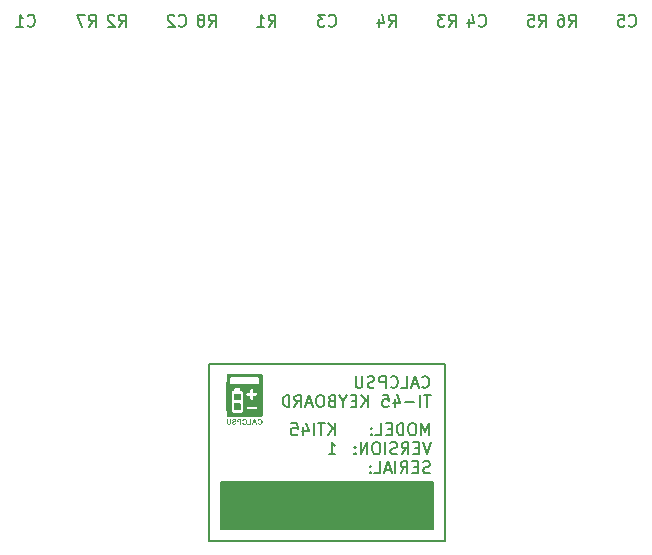
<source format=gbr>
%TF.GenerationSoftware,KiCad,Pcbnew,8.0.4*%
%TF.CreationDate,2024-09-09T09:43:21+10:00*%
%TF.ProjectId,ti45_keyboard,74693435-5f6b-4657-9962-6f6172642e6b,rev?*%
%TF.SameCoordinates,Original*%
%TF.FileFunction,Legend,Bot*%
%TF.FilePolarity,Positive*%
%FSLAX46Y46*%
G04 Gerber Fmt 4.6, Leading zero omitted, Abs format (unit mm)*
G04 Created by KiCad (PCBNEW 8.0.4) date 2024-09-09 09:43:21*
%MOMM*%
%LPD*%
G01*
G04 APERTURE LIST*
%ADD10C,0.150000*%
%ADD11C,0.200000*%
%ADD12C,0.000000*%
G04 APERTURE END LIST*
D10*
X-10000000Y-33000000D02*
X10000000Y-33000000D01*
X10000000Y-48000000D01*
X-10000000Y-48000000D01*
X-10000000Y-33000000D01*
X-9000000Y-43000000D02*
X9000000Y-43000000D01*
X9000000Y-47000000D01*
X-9000000Y-47000000D01*
X-9000000Y-43000000D01*
G36*
X-9000000Y-43000000D02*
G01*
X9000000Y-43000000D01*
X9000000Y-47000000D01*
X-9000000Y-47000000D01*
X-9000000Y-43000000D01*
G37*
X17946666Y-4454819D02*
X18279999Y-3978628D01*
X18518094Y-4454819D02*
X18518094Y-3454819D01*
X18518094Y-3454819D02*
X18137142Y-3454819D01*
X18137142Y-3454819D02*
X18041904Y-3502438D01*
X18041904Y-3502438D02*
X17994285Y-3550057D01*
X17994285Y-3550057D02*
X17946666Y-3645295D01*
X17946666Y-3645295D02*
X17946666Y-3788152D01*
X17946666Y-3788152D02*
X17994285Y-3883390D01*
X17994285Y-3883390D02*
X18041904Y-3931009D01*
X18041904Y-3931009D02*
X18137142Y-3978628D01*
X18137142Y-3978628D02*
X18518094Y-3978628D01*
X17041904Y-3454819D02*
X17518094Y-3454819D01*
X17518094Y-3454819D02*
X17565713Y-3931009D01*
X17565713Y-3931009D02*
X17518094Y-3883390D01*
X17518094Y-3883390D02*
X17422856Y-3835771D01*
X17422856Y-3835771D02*
X17184761Y-3835771D01*
X17184761Y-3835771D02*
X17089523Y-3883390D01*
X17089523Y-3883390D02*
X17041904Y-3931009D01*
X17041904Y-3931009D02*
X16994285Y-4026247D01*
X16994285Y-4026247D02*
X16994285Y-4264342D01*
X16994285Y-4264342D02*
X17041904Y-4359580D01*
X17041904Y-4359580D02*
X17089523Y-4407200D01*
X17089523Y-4407200D02*
X17184761Y-4454819D01*
X17184761Y-4454819D02*
X17422856Y-4454819D01*
X17422856Y-4454819D02*
X17518094Y-4407200D01*
X17518094Y-4407200D02*
X17565713Y-4359580D01*
X-4933333Y-4454819D02*
X-4600000Y-3978628D01*
X-4361905Y-4454819D02*
X-4361905Y-3454819D01*
X-4361905Y-3454819D02*
X-4742857Y-3454819D01*
X-4742857Y-3454819D02*
X-4838095Y-3502438D01*
X-4838095Y-3502438D02*
X-4885714Y-3550057D01*
X-4885714Y-3550057D02*
X-4933333Y-3645295D01*
X-4933333Y-3645295D02*
X-4933333Y-3788152D01*
X-4933333Y-3788152D02*
X-4885714Y-3883390D01*
X-4885714Y-3883390D02*
X-4838095Y-3931009D01*
X-4838095Y-3931009D02*
X-4742857Y-3978628D01*
X-4742857Y-3978628D02*
X-4361905Y-3978628D01*
X-5885714Y-4454819D02*
X-5314286Y-4454819D01*
X-5600000Y-4454819D02*
X-5600000Y-3454819D01*
X-5600000Y-3454819D02*
X-5504762Y-3597676D01*
X-5504762Y-3597676D02*
X-5409524Y-3692914D01*
X-5409524Y-3692914D02*
X-5314286Y-3740533D01*
X-12533333Y-4359580D02*
X-12485714Y-4407200D01*
X-12485714Y-4407200D02*
X-12342857Y-4454819D01*
X-12342857Y-4454819D02*
X-12247619Y-4454819D01*
X-12247619Y-4454819D02*
X-12104762Y-4407200D01*
X-12104762Y-4407200D02*
X-12009524Y-4311961D01*
X-12009524Y-4311961D02*
X-11961905Y-4216723D01*
X-11961905Y-4216723D02*
X-11914286Y-4026247D01*
X-11914286Y-4026247D02*
X-11914286Y-3883390D01*
X-11914286Y-3883390D02*
X-11961905Y-3692914D01*
X-11961905Y-3692914D02*
X-12009524Y-3597676D01*
X-12009524Y-3597676D02*
X-12104762Y-3502438D01*
X-12104762Y-3502438D02*
X-12247619Y-3454819D01*
X-12247619Y-3454819D02*
X-12342857Y-3454819D01*
X-12342857Y-3454819D02*
X-12485714Y-3502438D01*
X-12485714Y-3502438D02*
X-12533333Y-3550057D01*
X-12914286Y-3550057D02*
X-12961905Y-3502438D01*
X-12961905Y-3502438D02*
X-13057143Y-3454819D01*
X-13057143Y-3454819D02*
X-13295238Y-3454819D01*
X-13295238Y-3454819D02*
X-13390476Y-3502438D01*
X-13390476Y-3502438D02*
X-13438095Y-3550057D01*
X-13438095Y-3550057D02*
X-13485714Y-3645295D01*
X-13485714Y-3645295D02*
X-13485714Y-3740533D01*
X-13485714Y-3740533D02*
X-13438095Y-3883390D01*
X-13438095Y-3883390D02*
X-12866667Y-4454819D01*
X-12866667Y-4454819D02*
X-13485714Y-4454819D01*
X-9993333Y-4454819D02*
X-9660000Y-3978628D01*
X-9421905Y-4454819D02*
X-9421905Y-3454819D01*
X-9421905Y-3454819D02*
X-9802857Y-3454819D01*
X-9802857Y-3454819D02*
X-9898095Y-3502438D01*
X-9898095Y-3502438D02*
X-9945714Y-3550057D01*
X-9945714Y-3550057D02*
X-9993333Y-3645295D01*
X-9993333Y-3645295D02*
X-9993333Y-3788152D01*
X-9993333Y-3788152D02*
X-9945714Y-3883390D01*
X-9945714Y-3883390D02*
X-9898095Y-3931009D01*
X-9898095Y-3931009D02*
X-9802857Y-3978628D01*
X-9802857Y-3978628D02*
X-9421905Y-3978628D01*
X-10564762Y-3883390D02*
X-10469524Y-3835771D01*
X-10469524Y-3835771D02*
X-10421905Y-3788152D01*
X-10421905Y-3788152D02*
X-10374286Y-3692914D01*
X-10374286Y-3692914D02*
X-10374286Y-3645295D01*
X-10374286Y-3645295D02*
X-10421905Y-3550057D01*
X-10421905Y-3550057D02*
X-10469524Y-3502438D01*
X-10469524Y-3502438D02*
X-10564762Y-3454819D01*
X-10564762Y-3454819D02*
X-10755238Y-3454819D01*
X-10755238Y-3454819D02*
X-10850476Y-3502438D01*
X-10850476Y-3502438D02*
X-10898095Y-3550057D01*
X-10898095Y-3550057D02*
X-10945714Y-3645295D01*
X-10945714Y-3645295D02*
X-10945714Y-3692914D01*
X-10945714Y-3692914D02*
X-10898095Y-3788152D01*
X-10898095Y-3788152D02*
X-10850476Y-3835771D01*
X-10850476Y-3835771D02*
X-10755238Y-3883390D01*
X-10755238Y-3883390D02*
X-10564762Y-3883390D01*
X-10564762Y-3883390D02*
X-10469524Y-3931009D01*
X-10469524Y-3931009D02*
X-10421905Y-3978628D01*
X-10421905Y-3978628D02*
X-10374286Y-4073866D01*
X-10374286Y-4073866D02*
X-10374286Y-4264342D01*
X-10374286Y-4264342D02*
X-10421905Y-4359580D01*
X-10421905Y-4359580D02*
X-10469524Y-4407200D01*
X-10469524Y-4407200D02*
X-10564762Y-4454819D01*
X-10564762Y-4454819D02*
X-10755238Y-4454819D01*
X-10755238Y-4454819D02*
X-10850476Y-4407200D01*
X-10850476Y-4407200D02*
X-10898095Y-4359580D01*
X-10898095Y-4359580D02*
X-10945714Y-4264342D01*
X-10945714Y-4264342D02*
X-10945714Y-4073866D01*
X-10945714Y-4073866D02*
X-10898095Y-3978628D01*
X-10898095Y-3978628D02*
X-10850476Y-3931009D01*
X-10850476Y-3931009D02*
X-10755238Y-3883390D01*
D11*
X8058898Y-34941980D02*
X8106517Y-34989600D01*
X8106517Y-34989600D02*
X8249374Y-35037219D01*
X8249374Y-35037219D02*
X8344612Y-35037219D01*
X8344612Y-35037219D02*
X8487469Y-34989600D01*
X8487469Y-34989600D02*
X8582707Y-34894361D01*
X8582707Y-34894361D02*
X8630326Y-34799123D01*
X8630326Y-34799123D02*
X8677945Y-34608647D01*
X8677945Y-34608647D02*
X8677945Y-34465790D01*
X8677945Y-34465790D02*
X8630326Y-34275314D01*
X8630326Y-34275314D02*
X8582707Y-34180076D01*
X8582707Y-34180076D02*
X8487469Y-34084838D01*
X8487469Y-34084838D02*
X8344612Y-34037219D01*
X8344612Y-34037219D02*
X8249374Y-34037219D01*
X8249374Y-34037219D02*
X8106517Y-34084838D01*
X8106517Y-34084838D02*
X8058898Y-34132457D01*
X7677945Y-34751504D02*
X7201755Y-34751504D01*
X7773183Y-35037219D02*
X7439850Y-34037219D01*
X7439850Y-34037219D02*
X7106517Y-35037219D01*
X6296993Y-35037219D02*
X6773183Y-35037219D01*
X6773183Y-35037219D02*
X6773183Y-34037219D01*
X5392231Y-34941980D02*
X5439850Y-34989600D01*
X5439850Y-34989600D02*
X5582707Y-35037219D01*
X5582707Y-35037219D02*
X5677945Y-35037219D01*
X5677945Y-35037219D02*
X5820802Y-34989600D01*
X5820802Y-34989600D02*
X5916040Y-34894361D01*
X5916040Y-34894361D02*
X5963659Y-34799123D01*
X5963659Y-34799123D02*
X6011278Y-34608647D01*
X6011278Y-34608647D02*
X6011278Y-34465790D01*
X6011278Y-34465790D02*
X5963659Y-34275314D01*
X5963659Y-34275314D02*
X5916040Y-34180076D01*
X5916040Y-34180076D02*
X5820802Y-34084838D01*
X5820802Y-34084838D02*
X5677945Y-34037219D01*
X5677945Y-34037219D02*
X5582707Y-34037219D01*
X5582707Y-34037219D02*
X5439850Y-34084838D01*
X5439850Y-34084838D02*
X5392231Y-34132457D01*
X4963659Y-35037219D02*
X4963659Y-34037219D01*
X4963659Y-34037219D02*
X4582707Y-34037219D01*
X4582707Y-34037219D02*
X4487469Y-34084838D01*
X4487469Y-34084838D02*
X4439850Y-34132457D01*
X4439850Y-34132457D02*
X4392231Y-34227695D01*
X4392231Y-34227695D02*
X4392231Y-34370552D01*
X4392231Y-34370552D02*
X4439850Y-34465790D01*
X4439850Y-34465790D02*
X4487469Y-34513409D01*
X4487469Y-34513409D02*
X4582707Y-34561028D01*
X4582707Y-34561028D02*
X4963659Y-34561028D01*
X4011278Y-34989600D02*
X3868421Y-35037219D01*
X3868421Y-35037219D02*
X3630326Y-35037219D01*
X3630326Y-35037219D02*
X3535088Y-34989600D01*
X3535088Y-34989600D02*
X3487469Y-34941980D01*
X3487469Y-34941980D02*
X3439850Y-34846742D01*
X3439850Y-34846742D02*
X3439850Y-34751504D01*
X3439850Y-34751504D02*
X3487469Y-34656266D01*
X3487469Y-34656266D02*
X3535088Y-34608647D01*
X3535088Y-34608647D02*
X3630326Y-34561028D01*
X3630326Y-34561028D02*
X3820802Y-34513409D01*
X3820802Y-34513409D02*
X3916040Y-34465790D01*
X3916040Y-34465790D02*
X3963659Y-34418171D01*
X3963659Y-34418171D02*
X4011278Y-34322933D01*
X4011278Y-34322933D02*
X4011278Y-34227695D01*
X4011278Y-34227695D02*
X3963659Y-34132457D01*
X3963659Y-34132457D02*
X3916040Y-34084838D01*
X3916040Y-34084838D02*
X3820802Y-34037219D01*
X3820802Y-34037219D02*
X3582707Y-34037219D01*
X3582707Y-34037219D02*
X3439850Y-34084838D01*
X3011278Y-34037219D02*
X3011278Y-34846742D01*
X3011278Y-34846742D02*
X2963659Y-34941980D01*
X2963659Y-34941980D02*
X2916040Y-34989600D01*
X2916040Y-34989600D02*
X2820802Y-35037219D01*
X2820802Y-35037219D02*
X2630326Y-35037219D01*
X2630326Y-35037219D02*
X2535088Y-34989600D01*
X2535088Y-34989600D02*
X2487469Y-34941980D01*
X2487469Y-34941980D02*
X2439850Y-34846742D01*
X2439850Y-34846742D02*
X2439850Y-34037219D01*
X8773183Y-35647163D02*
X8201755Y-35647163D01*
X8487469Y-36647163D02*
X8487469Y-35647163D01*
X7868421Y-36647163D02*
X7868421Y-35647163D01*
X7392231Y-36266210D02*
X6630327Y-36266210D01*
X5725565Y-35980496D02*
X5725565Y-36647163D01*
X5963660Y-35599544D02*
X6201755Y-36313829D01*
X6201755Y-36313829D02*
X5582708Y-36313829D01*
X4725565Y-35647163D02*
X5201755Y-35647163D01*
X5201755Y-35647163D02*
X5249374Y-36123353D01*
X5249374Y-36123353D02*
X5201755Y-36075734D01*
X5201755Y-36075734D02*
X5106517Y-36028115D01*
X5106517Y-36028115D02*
X4868422Y-36028115D01*
X4868422Y-36028115D02*
X4773184Y-36075734D01*
X4773184Y-36075734D02*
X4725565Y-36123353D01*
X4725565Y-36123353D02*
X4677946Y-36218591D01*
X4677946Y-36218591D02*
X4677946Y-36456686D01*
X4677946Y-36456686D02*
X4725565Y-36551924D01*
X4725565Y-36551924D02*
X4773184Y-36599544D01*
X4773184Y-36599544D02*
X4868422Y-36647163D01*
X4868422Y-36647163D02*
X5106517Y-36647163D01*
X5106517Y-36647163D02*
X5201755Y-36599544D01*
X5201755Y-36599544D02*
X5249374Y-36551924D01*
X3487469Y-36647163D02*
X3487469Y-35647163D01*
X2916041Y-36647163D02*
X3344612Y-36075734D01*
X2916041Y-35647163D02*
X3487469Y-36218591D01*
X2487469Y-36123353D02*
X2154136Y-36123353D01*
X2011279Y-36647163D02*
X2487469Y-36647163D01*
X2487469Y-36647163D02*
X2487469Y-35647163D01*
X2487469Y-35647163D02*
X2011279Y-35647163D01*
X1392231Y-36170972D02*
X1392231Y-36647163D01*
X1725564Y-35647163D02*
X1392231Y-36170972D01*
X1392231Y-36170972D02*
X1058898Y-35647163D01*
X392231Y-36123353D02*
X249374Y-36170972D01*
X249374Y-36170972D02*
X201755Y-36218591D01*
X201755Y-36218591D02*
X154136Y-36313829D01*
X154136Y-36313829D02*
X154136Y-36456686D01*
X154136Y-36456686D02*
X201755Y-36551924D01*
X201755Y-36551924D02*
X249374Y-36599544D01*
X249374Y-36599544D02*
X344612Y-36647163D01*
X344612Y-36647163D02*
X725564Y-36647163D01*
X725564Y-36647163D02*
X725564Y-35647163D01*
X725564Y-35647163D02*
X392231Y-35647163D01*
X392231Y-35647163D02*
X296993Y-35694782D01*
X296993Y-35694782D02*
X249374Y-35742401D01*
X249374Y-35742401D02*
X201755Y-35837639D01*
X201755Y-35837639D02*
X201755Y-35932877D01*
X201755Y-35932877D02*
X249374Y-36028115D01*
X249374Y-36028115D02*
X296993Y-36075734D01*
X296993Y-36075734D02*
X392231Y-36123353D01*
X392231Y-36123353D02*
X725564Y-36123353D01*
X-464911Y-35647163D02*
X-655387Y-35647163D01*
X-655387Y-35647163D02*
X-750625Y-35694782D01*
X-750625Y-35694782D02*
X-845863Y-35790020D01*
X-845863Y-35790020D02*
X-893482Y-35980496D01*
X-893482Y-35980496D02*
X-893482Y-36313829D01*
X-893482Y-36313829D02*
X-845863Y-36504305D01*
X-845863Y-36504305D02*
X-750625Y-36599544D01*
X-750625Y-36599544D02*
X-655387Y-36647163D01*
X-655387Y-36647163D02*
X-464911Y-36647163D01*
X-464911Y-36647163D02*
X-369673Y-36599544D01*
X-369673Y-36599544D02*
X-274435Y-36504305D01*
X-274435Y-36504305D02*
X-226816Y-36313829D01*
X-226816Y-36313829D02*
X-226816Y-35980496D01*
X-226816Y-35980496D02*
X-274435Y-35790020D01*
X-274435Y-35790020D02*
X-369673Y-35694782D01*
X-369673Y-35694782D02*
X-464911Y-35647163D01*
X-1274435Y-36361448D02*
X-1750625Y-36361448D01*
X-1179197Y-36647163D02*
X-1512530Y-35647163D01*
X-1512530Y-35647163D02*
X-1845863Y-36647163D01*
X-2750625Y-36647163D02*
X-2417292Y-36170972D01*
X-2179197Y-36647163D02*
X-2179197Y-35647163D01*
X-2179197Y-35647163D02*
X-2560149Y-35647163D01*
X-2560149Y-35647163D02*
X-2655387Y-35694782D01*
X-2655387Y-35694782D02*
X-2703006Y-35742401D01*
X-2703006Y-35742401D02*
X-2750625Y-35837639D01*
X-2750625Y-35837639D02*
X-2750625Y-35980496D01*
X-2750625Y-35980496D02*
X-2703006Y-36075734D01*
X-2703006Y-36075734D02*
X-2655387Y-36123353D01*
X-2655387Y-36123353D02*
X-2560149Y-36170972D01*
X-2560149Y-36170972D02*
X-2179197Y-36170972D01*
X-3179197Y-36647163D02*
X-3179197Y-35647163D01*
X-3179197Y-35647163D02*
X-3417292Y-35647163D01*
X-3417292Y-35647163D02*
X-3560149Y-35694782D01*
X-3560149Y-35694782D02*
X-3655387Y-35790020D01*
X-3655387Y-35790020D02*
X-3703006Y-35885258D01*
X-3703006Y-35885258D02*
X-3750625Y-36075734D01*
X-3750625Y-36075734D02*
X-3750625Y-36218591D01*
X-3750625Y-36218591D02*
X-3703006Y-36409067D01*
X-3703006Y-36409067D02*
X-3655387Y-36504305D01*
X-3655387Y-36504305D02*
X-3560149Y-36599544D01*
X-3560149Y-36599544D02*
X-3417292Y-36647163D01*
X-3417292Y-36647163D02*
X-3179197Y-36647163D01*
D10*
X12866666Y-4359580D02*
X12914285Y-4407200D01*
X12914285Y-4407200D02*
X13057142Y-4454819D01*
X13057142Y-4454819D02*
X13152380Y-4454819D01*
X13152380Y-4454819D02*
X13295237Y-4407200D01*
X13295237Y-4407200D02*
X13390475Y-4311961D01*
X13390475Y-4311961D02*
X13438094Y-4216723D01*
X13438094Y-4216723D02*
X13485713Y-4026247D01*
X13485713Y-4026247D02*
X13485713Y-3883390D01*
X13485713Y-3883390D02*
X13438094Y-3692914D01*
X13438094Y-3692914D02*
X13390475Y-3597676D01*
X13390475Y-3597676D02*
X13295237Y-3502438D01*
X13295237Y-3502438D02*
X13152380Y-3454819D01*
X13152380Y-3454819D02*
X13057142Y-3454819D01*
X13057142Y-3454819D02*
X12914285Y-3502438D01*
X12914285Y-3502438D02*
X12866666Y-3550057D01*
X12009523Y-3788152D02*
X12009523Y-4454819D01*
X12247618Y-3407200D02*
X12485713Y-4121485D01*
X12485713Y-4121485D02*
X11866666Y-4121485D01*
X25566666Y-4359580D02*
X25614285Y-4407200D01*
X25614285Y-4407200D02*
X25757142Y-4454819D01*
X25757142Y-4454819D02*
X25852380Y-4454819D01*
X25852380Y-4454819D02*
X25995237Y-4407200D01*
X25995237Y-4407200D02*
X26090475Y-4311961D01*
X26090475Y-4311961D02*
X26138094Y-4216723D01*
X26138094Y-4216723D02*
X26185713Y-4026247D01*
X26185713Y-4026247D02*
X26185713Y-3883390D01*
X26185713Y-3883390D02*
X26138094Y-3692914D01*
X26138094Y-3692914D02*
X26090475Y-3597676D01*
X26090475Y-3597676D02*
X25995237Y-3502438D01*
X25995237Y-3502438D02*
X25852380Y-3454819D01*
X25852380Y-3454819D02*
X25757142Y-3454819D01*
X25757142Y-3454819D02*
X25614285Y-3502438D01*
X25614285Y-3502438D02*
X25566666Y-3550057D01*
X24661904Y-3454819D02*
X25138094Y-3454819D01*
X25138094Y-3454819D02*
X25185713Y-3931009D01*
X25185713Y-3931009D02*
X25138094Y-3883390D01*
X25138094Y-3883390D02*
X25042856Y-3835771D01*
X25042856Y-3835771D02*
X24804761Y-3835771D01*
X24804761Y-3835771D02*
X24709523Y-3883390D01*
X24709523Y-3883390D02*
X24661904Y-3931009D01*
X24661904Y-3931009D02*
X24614285Y-4026247D01*
X24614285Y-4026247D02*
X24614285Y-4264342D01*
X24614285Y-4264342D02*
X24661904Y-4359580D01*
X24661904Y-4359580D02*
X24709523Y-4407200D01*
X24709523Y-4407200D02*
X24804761Y-4454819D01*
X24804761Y-4454819D02*
X25042856Y-4454819D01*
X25042856Y-4454819D02*
X25138094Y-4407200D01*
X25138094Y-4407200D02*
X25185713Y-4359580D01*
X10326666Y-4454819D02*
X10659999Y-3978628D01*
X10898094Y-4454819D02*
X10898094Y-3454819D01*
X10898094Y-3454819D02*
X10517142Y-3454819D01*
X10517142Y-3454819D02*
X10421904Y-3502438D01*
X10421904Y-3502438D02*
X10374285Y-3550057D01*
X10374285Y-3550057D02*
X10326666Y-3645295D01*
X10326666Y-3645295D02*
X10326666Y-3788152D01*
X10326666Y-3788152D02*
X10374285Y-3883390D01*
X10374285Y-3883390D02*
X10421904Y-3931009D01*
X10421904Y-3931009D02*
X10517142Y-3978628D01*
X10517142Y-3978628D02*
X10898094Y-3978628D01*
X9993332Y-3454819D02*
X9374285Y-3454819D01*
X9374285Y-3454819D02*
X9707618Y-3835771D01*
X9707618Y-3835771D02*
X9564761Y-3835771D01*
X9564761Y-3835771D02*
X9469523Y-3883390D01*
X9469523Y-3883390D02*
X9421904Y-3931009D01*
X9421904Y-3931009D02*
X9374285Y-4026247D01*
X9374285Y-4026247D02*
X9374285Y-4264342D01*
X9374285Y-4264342D02*
X9421904Y-4359580D01*
X9421904Y-4359580D02*
X9469523Y-4407200D01*
X9469523Y-4407200D02*
X9564761Y-4454819D01*
X9564761Y-4454819D02*
X9850475Y-4454819D01*
X9850475Y-4454819D02*
X9945713Y-4407200D01*
X9945713Y-4407200D02*
X9993332Y-4359580D01*
X20486666Y-4454819D02*
X20819999Y-3978628D01*
X21058094Y-4454819D02*
X21058094Y-3454819D01*
X21058094Y-3454819D02*
X20677142Y-3454819D01*
X20677142Y-3454819D02*
X20581904Y-3502438D01*
X20581904Y-3502438D02*
X20534285Y-3550057D01*
X20534285Y-3550057D02*
X20486666Y-3645295D01*
X20486666Y-3645295D02*
X20486666Y-3788152D01*
X20486666Y-3788152D02*
X20534285Y-3883390D01*
X20534285Y-3883390D02*
X20581904Y-3931009D01*
X20581904Y-3931009D02*
X20677142Y-3978628D01*
X20677142Y-3978628D02*
X21058094Y-3978628D01*
X19629523Y-3454819D02*
X19819999Y-3454819D01*
X19819999Y-3454819D02*
X19915237Y-3502438D01*
X19915237Y-3502438D02*
X19962856Y-3550057D01*
X19962856Y-3550057D02*
X20058094Y-3692914D01*
X20058094Y-3692914D02*
X20105713Y-3883390D01*
X20105713Y-3883390D02*
X20105713Y-4264342D01*
X20105713Y-4264342D02*
X20058094Y-4359580D01*
X20058094Y-4359580D02*
X20010475Y-4407200D01*
X20010475Y-4407200D02*
X19915237Y-4454819D01*
X19915237Y-4454819D02*
X19724761Y-4454819D01*
X19724761Y-4454819D02*
X19629523Y-4407200D01*
X19629523Y-4407200D02*
X19581904Y-4359580D01*
X19581904Y-4359580D02*
X19534285Y-4264342D01*
X19534285Y-4264342D02*
X19534285Y-4026247D01*
X19534285Y-4026247D02*
X19581904Y-3931009D01*
X19581904Y-3931009D02*
X19629523Y-3883390D01*
X19629523Y-3883390D02*
X19724761Y-3835771D01*
X19724761Y-3835771D02*
X19915237Y-3835771D01*
X19915237Y-3835771D02*
X20010475Y-3883390D01*
X20010475Y-3883390D02*
X20058094Y-3931009D01*
X20058094Y-3931009D02*
X20105713Y-4026247D01*
X-20153333Y-4454819D02*
X-19820000Y-3978628D01*
X-19581905Y-4454819D02*
X-19581905Y-3454819D01*
X-19581905Y-3454819D02*
X-19962857Y-3454819D01*
X-19962857Y-3454819D02*
X-20058095Y-3502438D01*
X-20058095Y-3502438D02*
X-20105714Y-3550057D01*
X-20105714Y-3550057D02*
X-20153333Y-3645295D01*
X-20153333Y-3645295D02*
X-20153333Y-3788152D01*
X-20153333Y-3788152D02*
X-20105714Y-3883390D01*
X-20105714Y-3883390D02*
X-20058095Y-3931009D01*
X-20058095Y-3931009D02*
X-19962857Y-3978628D01*
X-19962857Y-3978628D02*
X-19581905Y-3978628D01*
X-20486667Y-3454819D02*
X-21153333Y-3454819D01*
X-21153333Y-3454819D02*
X-20724762Y-4454819D01*
X-17613333Y-4454819D02*
X-17280000Y-3978628D01*
X-17041905Y-4454819D02*
X-17041905Y-3454819D01*
X-17041905Y-3454819D02*
X-17422857Y-3454819D01*
X-17422857Y-3454819D02*
X-17518095Y-3502438D01*
X-17518095Y-3502438D02*
X-17565714Y-3550057D01*
X-17565714Y-3550057D02*
X-17613333Y-3645295D01*
X-17613333Y-3645295D02*
X-17613333Y-3788152D01*
X-17613333Y-3788152D02*
X-17565714Y-3883390D01*
X-17565714Y-3883390D02*
X-17518095Y-3931009D01*
X-17518095Y-3931009D02*
X-17422857Y-3978628D01*
X-17422857Y-3978628D02*
X-17041905Y-3978628D01*
X-17994286Y-3550057D02*
X-18041905Y-3502438D01*
X-18041905Y-3502438D02*
X-18137143Y-3454819D01*
X-18137143Y-3454819D02*
X-18375238Y-3454819D01*
X-18375238Y-3454819D02*
X-18470476Y-3502438D01*
X-18470476Y-3502438D02*
X-18518095Y-3550057D01*
X-18518095Y-3550057D02*
X-18565714Y-3645295D01*
X-18565714Y-3645295D02*
X-18565714Y-3740533D01*
X-18565714Y-3740533D02*
X-18518095Y-3883390D01*
X-18518095Y-3883390D02*
X-17946667Y-4454819D01*
X-17946667Y-4454819D02*
X-18565714Y-4454819D01*
X166666Y-4359580D02*
X214285Y-4407200D01*
X214285Y-4407200D02*
X357142Y-4454819D01*
X357142Y-4454819D02*
X452380Y-4454819D01*
X452380Y-4454819D02*
X595237Y-4407200D01*
X595237Y-4407200D02*
X690475Y-4311961D01*
X690475Y-4311961D02*
X738094Y-4216723D01*
X738094Y-4216723D02*
X785713Y-4026247D01*
X785713Y-4026247D02*
X785713Y-3883390D01*
X785713Y-3883390D02*
X738094Y-3692914D01*
X738094Y-3692914D02*
X690475Y-3597676D01*
X690475Y-3597676D02*
X595237Y-3502438D01*
X595237Y-3502438D02*
X452380Y-3454819D01*
X452380Y-3454819D02*
X357142Y-3454819D01*
X357142Y-3454819D02*
X214285Y-3502438D01*
X214285Y-3502438D02*
X166666Y-3550057D01*
X-166667Y-3454819D02*
X-785714Y-3454819D01*
X-785714Y-3454819D02*
X-452381Y-3835771D01*
X-452381Y-3835771D02*
X-595238Y-3835771D01*
X-595238Y-3835771D02*
X-690476Y-3883390D01*
X-690476Y-3883390D02*
X-738095Y-3931009D01*
X-738095Y-3931009D02*
X-785714Y-4026247D01*
X-785714Y-4026247D02*
X-785714Y-4264342D01*
X-785714Y-4264342D02*
X-738095Y-4359580D01*
X-738095Y-4359580D02*
X-690476Y-4407200D01*
X-690476Y-4407200D02*
X-595238Y-4454819D01*
X-595238Y-4454819D02*
X-309524Y-4454819D01*
X-309524Y-4454819D02*
X-214286Y-4407200D01*
X-214286Y-4407200D02*
X-166667Y-4359580D01*
X5246666Y-4454819D02*
X5579999Y-3978628D01*
X5818094Y-4454819D02*
X5818094Y-3454819D01*
X5818094Y-3454819D02*
X5437142Y-3454819D01*
X5437142Y-3454819D02*
X5341904Y-3502438D01*
X5341904Y-3502438D02*
X5294285Y-3550057D01*
X5294285Y-3550057D02*
X5246666Y-3645295D01*
X5246666Y-3645295D02*
X5246666Y-3788152D01*
X5246666Y-3788152D02*
X5294285Y-3883390D01*
X5294285Y-3883390D02*
X5341904Y-3931009D01*
X5341904Y-3931009D02*
X5437142Y-3978628D01*
X5437142Y-3978628D02*
X5818094Y-3978628D01*
X4389523Y-3788152D02*
X4389523Y-4454819D01*
X4627618Y-3407200D02*
X4865713Y-4121485D01*
X4865713Y-4121485D02*
X4246666Y-4121485D01*
X8663220Y-39039819D02*
X8663220Y-38039819D01*
X8663220Y-38039819D02*
X8329887Y-38754104D01*
X8329887Y-38754104D02*
X7996554Y-38039819D01*
X7996554Y-38039819D02*
X7996554Y-39039819D01*
X7329887Y-38039819D02*
X7139411Y-38039819D01*
X7139411Y-38039819D02*
X7044173Y-38087438D01*
X7044173Y-38087438D02*
X6948935Y-38182676D01*
X6948935Y-38182676D02*
X6901316Y-38373152D01*
X6901316Y-38373152D02*
X6901316Y-38706485D01*
X6901316Y-38706485D02*
X6948935Y-38896961D01*
X6948935Y-38896961D02*
X7044173Y-38992200D01*
X7044173Y-38992200D02*
X7139411Y-39039819D01*
X7139411Y-39039819D02*
X7329887Y-39039819D01*
X7329887Y-39039819D02*
X7425125Y-38992200D01*
X7425125Y-38992200D02*
X7520363Y-38896961D01*
X7520363Y-38896961D02*
X7567982Y-38706485D01*
X7567982Y-38706485D02*
X7567982Y-38373152D01*
X7567982Y-38373152D02*
X7520363Y-38182676D01*
X7520363Y-38182676D02*
X7425125Y-38087438D01*
X7425125Y-38087438D02*
X7329887Y-38039819D01*
X6472744Y-39039819D02*
X6472744Y-38039819D01*
X6472744Y-38039819D02*
X6234649Y-38039819D01*
X6234649Y-38039819D02*
X6091792Y-38087438D01*
X6091792Y-38087438D02*
X5996554Y-38182676D01*
X5996554Y-38182676D02*
X5948935Y-38277914D01*
X5948935Y-38277914D02*
X5901316Y-38468390D01*
X5901316Y-38468390D02*
X5901316Y-38611247D01*
X5901316Y-38611247D02*
X5948935Y-38801723D01*
X5948935Y-38801723D02*
X5996554Y-38896961D01*
X5996554Y-38896961D02*
X6091792Y-38992200D01*
X6091792Y-38992200D02*
X6234649Y-39039819D01*
X6234649Y-39039819D02*
X6472744Y-39039819D01*
X5472744Y-38516009D02*
X5139411Y-38516009D01*
X4996554Y-39039819D02*
X5472744Y-39039819D01*
X5472744Y-39039819D02*
X5472744Y-38039819D01*
X5472744Y-38039819D02*
X4996554Y-38039819D01*
X4091792Y-39039819D02*
X4567982Y-39039819D01*
X4567982Y-39039819D02*
X4567982Y-38039819D01*
X3758458Y-38944580D02*
X3710839Y-38992200D01*
X3710839Y-38992200D02*
X3758458Y-39039819D01*
X3758458Y-39039819D02*
X3806077Y-38992200D01*
X3806077Y-38992200D02*
X3758458Y-38944580D01*
X3758458Y-38944580D02*
X3758458Y-39039819D01*
X3758458Y-38420771D02*
X3710839Y-38468390D01*
X3710839Y-38468390D02*
X3758458Y-38516009D01*
X3758458Y-38516009D02*
X3806077Y-38468390D01*
X3806077Y-38468390D02*
X3758458Y-38420771D01*
X3758458Y-38420771D02*
X3758458Y-38516009D01*
X8806077Y-39649763D02*
X8472744Y-40649763D01*
X8472744Y-40649763D02*
X8139411Y-39649763D01*
X7806077Y-40125953D02*
X7472744Y-40125953D01*
X7329887Y-40649763D02*
X7806077Y-40649763D01*
X7806077Y-40649763D02*
X7806077Y-39649763D01*
X7806077Y-39649763D02*
X7329887Y-39649763D01*
X6329887Y-40649763D02*
X6663220Y-40173572D01*
X6901315Y-40649763D02*
X6901315Y-39649763D01*
X6901315Y-39649763D02*
X6520363Y-39649763D01*
X6520363Y-39649763D02*
X6425125Y-39697382D01*
X6425125Y-39697382D02*
X6377506Y-39745001D01*
X6377506Y-39745001D02*
X6329887Y-39840239D01*
X6329887Y-39840239D02*
X6329887Y-39983096D01*
X6329887Y-39983096D02*
X6377506Y-40078334D01*
X6377506Y-40078334D02*
X6425125Y-40125953D01*
X6425125Y-40125953D02*
X6520363Y-40173572D01*
X6520363Y-40173572D02*
X6901315Y-40173572D01*
X5948934Y-40602144D02*
X5806077Y-40649763D01*
X5806077Y-40649763D02*
X5567982Y-40649763D01*
X5567982Y-40649763D02*
X5472744Y-40602144D01*
X5472744Y-40602144D02*
X5425125Y-40554524D01*
X5425125Y-40554524D02*
X5377506Y-40459286D01*
X5377506Y-40459286D02*
X5377506Y-40364048D01*
X5377506Y-40364048D02*
X5425125Y-40268810D01*
X5425125Y-40268810D02*
X5472744Y-40221191D01*
X5472744Y-40221191D02*
X5567982Y-40173572D01*
X5567982Y-40173572D02*
X5758458Y-40125953D01*
X5758458Y-40125953D02*
X5853696Y-40078334D01*
X5853696Y-40078334D02*
X5901315Y-40030715D01*
X5901315Y-40030715D02*
X5948934Y-39935477D01*
X5948934Y-39935477D02*
X5948934Y-39840239D01*
X5948934Y-39840239D02*
X5901315Y-39745001D01*
X5901315Y-39745001D02*
X5853696Y-39697382D01*
X5853696Y-39697382D02*
X5758458Y-39649763D01*
X5758458Y-39649763D02*
X5520363Y-39649763D01*
X5520363Y-39649763D02*
X5377506Y-39697382D01*
X4948934Y-40649763D02*
X4948934Y-39649763D01*
X4282268Y-39649763D02*
X4091792Y-39649763D01*
X4091792Y-39649763D02*
X3996554Y-39697382D01*
X3996554Y-39697382D02*
X3901316Y-39792620D01*
X3901316Y-39792620D02*
X3853697Y-39983096D01*
X3853697Y-39983096D02*
X3853697Y-40316429D01*
X3853697Y-40316429D02*
X3901316Y-40506905D01*
X3901316Y-40506905D02*
X3996554Y-40602144D01*
X3996554Y-40602144D02*
X4091792Y-40649763D01*
X4091792Y-40649763D02*
X4282268Y-40649763D01*
X4282268Y-40649763D02*
X4377506Y-40602144D01*
X4377506Y-40602144D02*
X4472744Y-40506905D01*
X4472744Y-40506905D02*
X4520363Y-40316429D01*
X4520363Y-40316429D02*
X4520363Y-39983096D01*
X4520363Y-39983096D02*
X4472744Y-39792620D01*
X4472744Y-39792620D02*
X4377506Y-39697382D01*
X4377506Y-39697382D02*
X4282268Y-39649763D01*
X3425125Y-40649763D02*
X3425125Y-39649763D01*
X3425125Y-39649763D02*
X2853697Y-40649763D01*
X2853697Y-40649763D02*
X2853697Y-39649763D01*
X2377506Y-40554524D02*
X2329887Y-40602144D01*
X2329887Y-40602144D02*
X2377506Y-40649763D01*
X2377506Y-40649763D02*
X2425125Y-40602144D01*
X2425125Y-40602144D02*
X2377506Y-40554524D01*
X2377506Y-40554524D02*
X2377506Y-40649763D01*
X2377506Y-40030715D02*
X2329887Y-40078334D01*
X2329887Y-40078334D02*
X2377506Y-40125953D01*
X2377506Y-40125953D02*
X2425125Y-40078334D01*
X2425125Y-40078334D02*
X2377506Y-40030715D01*
X2377506Y-40030715D02*
X2377506Y-40125953D01*
X8710839Y-42212088D02*
X8567982Y-42259707D01*
X8567982Y-42259707D02*
X8329887Y-42259707D01*
X8329887Y-42259707D02*
X8234649Y-42212088D01*
X8234649Y-42212088D02*
X8187030Y-42164468D01*
X8187030Y-42164468D02*
X8139411Y-42069230D01*
X8139411Y-42069230D02*
X8139411Y-41973992D01*
X8139411Y-41973992D02*
X8187030Y-41878754D01*
X8187030Y-41878754D02*
X8234649Y-41831135D01*
X8234649Y-41831135D02*
X8329887Y-41783516D01*
X8329887Y-41783516D02*
X8520363Y-41735897D01*
X8520363Y-41735897D02*
X8615601Y-41688278D01*
X8615601Y-41688278D02*
X8663220Y-41640659D01*
X8663220Y-41640659D02*
X8710839Y-41545421D01*
X8710839Y-41545421D02*
X8710839Y-41450183D01*
X8710839Y-41450183D02*
X8663220Y-41354945D01*
X8663220Y-41354945D02*
X8615601Y-41307326D01*
X8615601Y-41307326D02*
X8520363Y-41259707D01*
X8520363Y-41259707D02*
X8282268Y-41259707D01*
X8282268Y-41259707D02*
X8139411Y-41307326D01*
X7710839Y-41735897D02*
X7377506Y-41735897D01*
X7234649Y-42259707D02*
X7710839Y-42259707D01*
X7710839Y-42259707D02*
X7710839Y-41259707D01*
X7710839Y-41259707D02*
X7234649Y-41259707D01*
X6234649Y-42259707D02*
X6567982Y-41783516D01*
X6806077Y-42259707D02*
X6806077Y-41259707D01*
X6806077Y-41259707D02*
X6425125Y-41259707D01*
X6425125Y-41259707D02*
X6329887Y-41307326D01*
X6329887Y-41307326D02*
X6282268Y-41354945D01*
X6282268Y-41354945D02*
X6234649Y-41450183D01*
X6234649Y-41450183D02*
X6234649Y-41593040D01*
X6234649Y-41593040D02*
X6282268Y-41688278D01*
X6282268Y-41688278D02*
X6329887Y-41735897D01*
X6329887Y-41735897D02*
X6425125Y-41783516D01*
X6425125Y-41783516D02*
X6806077Y-41783516D01*
X5806077Y-42259707D02*
X5806077Y-41259707D01*
X5377506Y-41973992D02*
X4901316Y-41973992D01*
X5472744Y-42259707D02*
X5139411Y-41259707D01*
X5139411Y-41259707D02*
X4806078Y-42259707D01*
X3996554Y-42259707D02*
X4472744Y-42259707D01*
X4472744Y-42259707D02*
X4472744Y-41259707D01*
X3663220Y-42164468D02*
X3615601Y-42212088D01*
X3615601Y-42212088D02*
X3663220Y-42259707D01*
X3663220Y-42259707D02*
X3710839Y-42212088D01*
X3710839Y-42212088D02*
X3663220Y-42164468D01*
X3663220Y-42164468D02*
X3663220Y-42259707D01*
X3663220Y-41640659D02*
X3615601Y-41688278D01*
X3615601Y-41688278D02*
X3663220Y-41735897D01*
X3663220Y-41735897D02*
X3710839Y-41688278D01*
X3710839Y-41688278D02*
X3663220Y-41640659D01*
X3663220Y-41640659D02*
X3663220Y-41735897D01*
X-25333333Y-4359580D02*
X-25285714Y-4407200D01*
X-25285714Y-4407200D02*
X-25142857Y-4454819D01*
X-25142857Y-4454819D02*
X-25047619Y-4454819D01*
X-25047619Y-4454819D02*
X-24904762Y-4407200D01*
X-24904762Y-4407200D02*
X-24809524Y-4311961D01*
X-24809524Y-4311961D02*
X-24761905Y-4216723D01*
X-24761905Y-4216723D02*
X-24714286Y-4026247D01*
X-24714286Y-4026247D02*
X-24714286Y-3883390D01*
X-24714286Y-3883390D02*
X-24761905Y-3692914D01*
X-24761905Y-3692914D02*
X-24809524Y-3597676D01*
X-24809524Y-3597676D02*
X-24904762Y-3502438D01*
X-24904762Y-3502438D02*
X-25047619Y-3454819D01*
X-25047619Y-3454819D02*
X-25142857Y-3454819D01*
X-25142857Y-3454819D02*
X-25285714Y-3502438D01*
X-25285714Y-3502438D02*
X-25333333Y-3550057D01*
X-26285714Y-4454819D02*
X-25714286Y-4454819D01*
X-26000000Y-4454819D02*
X-26000000Y-3454819D01*
X-26000000Y-3454819D02*
X-25904762Y-3597676D01*
X-25904762Y-3597676D02*
X-25809524Y-3692914D01*
X-25809524Y-3692914D02*
X-25714286Y-3740533D01*
X663220Y-39039819D02*
X663220Y-38039819D01*
X91792Y-39039819D02*
X520363Y-38468390D01*
X91792Y-38039819D02*
X663220Y-38611247D01*
X-193922Y-38039819D02*
X-765350Y-38039819D01*
X-479636Y-39039819D02*
X-479636Y-38039819D01*
X-1098684Y-39039819D02*
X-1098684Y-38039819D01*
X-2003445Y-38373152D02*
X-2003445Y-39039819D01*
X-1765350Y-37992200D02*
X-1527255Y-38706485D01*
X-1527255Y-38706485D02*
X-2146302Y-38706485D01*
X-3003445Y-38039819D02*
X-2527255Y-38039819D01*
X-2527255Y-38039819D02*
X-2479636Y-38516009D01*
X-2479636Y-38516009D02*
X-2527255Y-38468390D01*
X-2527255Y-38468390D02*
X-2622493Y-38420771D01*
X-2622493Y-38420771D02*
X-2860588Y-38420771D01*
X-2860588Y-38420771D02*
X-2955826Y-38468390D01*
X-2955826Y-38468390D02*
X-3003445Y-38516009D01*
X-3003445Y-38516009D02*
X-3051064Y-38611247D01*
X-3051064Y-38611247D02*
X-3051064Y-38849342D01*
X-3051064Y-38849342D02*
X-3003445Y-38944580D01*
X-3003445Y-38944580D02*
X-2955826Y-38992200D01*
X-2955826Y-38992200D02*
X-2860588Y-39039819D01*
X-2860588Y-39039819D02*
X-2622493Y-39039819D01*
X-2622493Y-39039819D02*
X-2527255Y-38992200D01*
X-2527255Y-38992200D02*
X-2479636Y-38944580D01*
X139411Y-40649763D02*
X710839Y-40649763D01*
X425125Y-40649763D02*
X425125Y-39649763D01*
X425125Y-39649763D02*
X520363Y-39792620D01*
X520363Y-39792620D02*
X615601Y-39887858D01*
X615601Y-39887858D02*
X710839Y-39935477D01*
D12*
%TO.C,REF\u002A\u002A*%
G36*
X-6452585Y-37680012D02*
G01*
X-6433685Y-37685393D01*
X-6418999Y-37697205D01*
X-6410286Y-37714158D01*
X-6409612Y-37717751D01*
X-6408434Y-37731303D01*
X-6407543Y-37753171D01*
X-6406938Y-37783418D01*
X-6406618Y-37822108D01*
X-6406581Y-37869303D01*
X-6406827Y-37925066D01*
X-6407020Y-37953854D01*
X-6407342Y-37995242D01*
X-6407697Y-38029256D01*
X-6408120Y-38056682D01*
X-6408644Y-38078310D01*
X-6409306Y-38094926D01*
X-6410139Y-38107319D01*
X-6411179Y-38116275D01*
X-6412460Y-38122585D01*
X-6414016Y-38127033D01*
X-6415884Y-38130410D01*
X-6424049Y-38139824D01*
X-6433157Y-38146133D01*
X-6434795Y-38146520D01*
X-6444476Y-38147455D01*
X-6461197Y-38148306D01*
X-6483815Y-38149041D01*
X-6511187Y-38149627D01*
X-6542170Y-38150030D01*
X-6575622Y-38150219D01*
X-6590242Y-38150242D01*
X-6628126Y-38150180D01*
X-6658543Y-38149841D01*
X-6682366Y-38149120D01*
X-6700468Y-38147913D01*
X-6713723Y-38146112D01*
X-6723004Y-38143612D01*
X-6729185Y-38140309D01*
X-6733139Y-38136096D01*
X-6735739Y-38130867D01*
X-6737480Y-38124499D01*
X-6737953Y-38108369D01*
X-6733976Y-38094117D01*
X-6733599Y-38093423D01*
X-6729399Y-38087212D01*
X-6723783Y-38082373D01*
X-6715721Y-38078739D01*
X-6704180Y-38076141D01*
X-6688130Y-38074412D01*
X-6666539Y-38073385D01*
X-6638377Y-38072892D01*
X-6602611Y-38072764D01*
X-6500918Y-38072764D01*
X-6500918Y-37890966D01*
X-6500918Y-37709167D01*
X-6486235Y-37694485D01*
X-6481847Y-37690326D01*
X-6469672Y-37682181D01*
X-6457087Y-37679819D01*
X-6452585Y-37680012D01*
G37*
G36*
X-7247976Y-37924284D02*
G01*
X-7247976Y-38129765D01*
X-7262658Y-38144448D01*
X-7278552Y-38155953D01*
X-7295685Y-38159214D01*
X-7314646Y-38154146D01*
X-7315846Y-38153590D01*
X-7324232Y-38148855D01*
X-7330541Y-38142803D01*
X-7335095Y-38134214D01*
X-7338220Y-38121868D01*
X-7340238Y-38104546D01*
X-7341473Y-38081028D01*
X-7342248Y-38050094D01*
X-7343678Y-37973444D01*
X-7381113Y-37973370D01*
X-7409290Y-37972845D01*
X-7456661Y-37969214D01*
X-7496587Y-37961934D01*
X-7529421Y-37950770D01*
X-7555517Y-37935487D01*
X-7575228Y-37915852D01*
X-7588907Y-37891631D01*
X-7596907Y-37862589D01*
X-7599390Y-37830928D01*
X-7502754Y-37830928D01*
X-7502435Y-37839533D01*
X-7497680Y-37860275D01*
X-7486579Y-37875999D01*
X-7468302Y-37888085D01*
X-7462510Y-37890675D01*
X-7451586Y-37894220D01*
X-7438214Y-37896628D01*
X-7420331Y-37898219D01*
X-7395877Y-37899310D01*
X-7342978Y-37901077D01*
X-7342978Y-37828648D01*
X-7342978Y-37756219D01*
X-7396797Y-37758762D01*
X-7419483Y-37760241D01*
X-7448414Y-37764111D01*
X-7470208Y-37770385D01*
X-7485703Y-37779634D01*
X-7495733Y-37792427D01*
X-7501138Y-37809335D01*
X-7502754Y-37830928D01*
X-7599390Y-37830928D01*
X-7599581Y-37828493D01*
X-7599554Y-37817348D01*
X-7598854Y-37800739D01*
X-7596755Y-37787928D01*
X-7592605Y-37775732D01*
X-7585753Y-37760970D01*
X-7578700Y-37747950D01*
X-7564256Y-37728721D01*
X-7545804Y-37713476D01*
X-7521034Y-37700040D01*
X-7518516Y-37698897D01*
X-7512010Y-37696286D01*
X-7504980Y-37694287D01*
X-7496267Y-37692820D01*
X-7484712Y-37691803D01*
X-7469157Y-37691154D01*
X-7448441Y-37690791D01*
X-7421407Y-37690633D01*
X-7386895Y-37690598D01*
X-7273195Y-37690598D01*
X-7260586Y-37704701D01*
X-7247976Y-37718803D01*
X-7247976Y-37756219D01*
X-7247976Y-37924284D01*
G37*
G36*
X-7495964Y-36349887D02*
G01*
X-7459957Y-36350041D01*
X-7430333Y-36350387D01*
X-7406321Y-36350997D01*
X-7387147Y-36351940D01*
X-7372041Y-36353287D01*
X-7360229Y-36355108D01*
X-7350941Y-36357475D01*
X-7343404Y-36360456D01*
X-7336845Y-36364124D01*
X-7330494Y-36368548D01*
X-7323577Y-36373799D01*
X-7316763Y-36380182D01*
X-7305129Y-36395289D01*
X-7294427Y-36413873D01*
X-7280363Y-36442440D01*
X-7280363Y-36623898D01*
X-7280363Y-36805355D01*
X-7292498Y-36830071D01*
X-7296472Y-36837517D01*
X-7314128Y-36861342D01*
X-7335963Y-36879921D01*
X-7360119Y-36891565D01*
X-7367517Y-36892786D01*
X-7383073Y-36894031D01*
X-7405227Y-36895127D01*
X-7432899Y-36896071D01*
X-7465008Y-36896856D01*
X-7500474Y-36897479D01*
X-7538217Y-36897933D01*
X-7577154Y-36898214D01*
X-7616208Y-36898318D01*
X-7654295Y-36898237D01*
X-7690337Y-36897969D01*
X-7723253Y-36897507D01*
X-7751961Y-36896847D01*
X-7775382Y-36895984D01*
X-7792435Y-36894912D01*
X-7802040Y-36893627D01*
X-7809493Y-36891430D01*
X-7835333Y-36878255D01*
X-7857347Y-36857743D01*
X-7874815Y-36830519D01*
X-7889238Y-36801224D01*
X-7889238Y-36624082D01*
X-7889226Y-36587552D01*
X-7889111Y-36546551D01*
X-7888769Y-36512662D01*
X-7888076Y-36485021D01*
X-7886910Y-36462763D01*
X-7885146Y-36445022D01*
X-7882661Y-36430934D01*
X-7879332Y-36419634D01*
X-7875034Y-36410256D01*
X-7869645Y-36401935D01*
X-7863041Y-36393807D01*
X-7855099Y-36385006D01*
X-7852672Y-36382350D01*
X-7846093Y-36375197D01*
X-7839964Y-36369183D01*
X-7833530Y-36364207D01*
X-7826032Y-36360172D01*
X-7816713Y-36356979D01*
X-7804817Y-36354528D01*
X-7789584Y-36352721D01*
X-7770260Y-36351460D01*
X-7746085Y-36350645D01*
X-7716303Y-36350178D01*
X-7680157Y-36349959D01*
X-7636889Y-36349891D01*
X-7585741Y-36349874D01*
X-7539126Y-36349856D01*
X-7495964Y-36349887D01*
G37*
G36*
X-7575128Y-35525917D02*
G01*
X-7362410Y-35527151D01*
X-7342354Y-35538941D01*
X-7329090Y-35547795D01*
X-7306606Y-35569907D01*
X-7289396Y-35598402D01*
X-7287740Y-35602103D01*
X-7285810Y-35607285D01*
X-7284249Y-35613350D01*
X-7283018Y-35621160D01*
X-7282079Y-35631576D01*
X-7281391Y-35645459D01*
X-7280917Y-35663672D01*
X-7280616Y-35687075D01*
X-7280449Y-35716530D01*
X-7280378Y-35752898D01*
X-7280363Y-35797042D01*
X-7280364Y-35808613D01*
X-7280402Y-35851061D01*
X-7280518Y-35885954D01*
X-7280750Y-35914164D01*
X-7281133Y-35936560D01*
X-7281701Y-35954012D01*
X-7282492Y-35967392D01*
X-7283541Y-35977569D01*
X-7284884Y-35985413D01*
X-7286556Y-35991796D01*
X-7288593Y-35997588D01*
X-7297313Y-36014888D01*
X-7312647Y-36035627D01*
X-7330833Y-36053338D01*
X-7349455Y-36065331D01*
X-7350297Y-36065708D01*
X-7354840Y-36067448D01*
X-7360363Y-36068899D01*
X-7367631Y-36070087D01*
X-7377409Y-36071038D01*
X-7390465Y-36071779D01*
X-7407562Y-36072337D01*
X-7429467Y-36072737D01*
X-7456946Y-36073006D01*
X-7490765Y-36073170D01*
X-7531688Y-36073257D01*
X-7580482Y-36073292D01*
X-7630856Y-36073231D01*
X-7681405Y-36072971D01*
X-7723908Y-36072508D01*
X-7758246Y-36071845D01*
X-7784302Y-36070985D01*
X-7801959Y-36069929D01*
X-7811099Y-36068680D01*
X-7822236Y-36064012D01*
X-7839886Y-36051623D01*
X-7856933Y-36034653D01*
X-7871329Y-36015244D01*
X-7881021Y-35995544D01*
X-7881115Y-35995272D01*
X-7883157Y-35988801D01*
X-7884827Y-35981736D01*
X-7886162Y-35973184D01*
X-7887200Y-35962250D01*
X-7887976Y-35948042D01*
X-7888529Y-35929665D01*
X-7888894Y-35906226D01*
X-7889110Y-35876832D01*
X-7889212Y-35840588D01*
X-7889238Y-35796602D01*
X-7889238Y-35621273D01*
X-7874124Y-35591676D01*
X-7870805Y-35585490D01*
X-7852181Y-35559367D01*
X-7830002Y-35540440D01*
X-7804894Y-35529273D01*
X-7798046Y-35528271D01*
X-7781844Y-35527257D01*
X-7757155Y-35526490D01*
X-7724059Y-35525972D01*
X-7682635Y-35525702D01*
X-7632965Y-35525684D01*
X-7575128Y-35525917D01*
G37*
G36*
X-8142779Y-37683271D02*
G01*
X-8126310Y-37694485D01*
X-8111628Y-37709167D01*
X-8111628Y-37855830D01*
X-8111683Y-37879389D01*
X-8111967Y-37914233D01*
X-8112466Y-37946488D01*
X-8113147Y-37974946D01*
X-8113980Y-37998397D01*
X-8114935Y-38015631D01*
X-8115980Y-38025438D01*
X-8117443Y-38032530D01*
X-8129323Y-38068701D01*
X-8147407Y-38098888D01*
X-8171600Y-38122996D01*
X-8201809Y-38140926D01*
X-8237942Y-38152581D01*
X-8256914Y-38155656D01*
X-8284937Y-38157976D01*
X-8314920Y-38158638D01*
X-8343394Y-38157582D01*
X-8366896Y-38154751D01*
X-8377901Y-38152262D01*
X-8409477Y-38140452D01*
X-8438080Y-38123008D01*
X-8461886Y-38101204D01*
X-8479071Y-38076317D01*
X-8482346Y-38069638D01*
X-8487235Y-38058036D01*
X-8491165Y-38045629D01*
X-8494226Y-38031438D01*
X-8496509Y-38014486D01*
X-8498101Y-37993793D01*
X-8499092Y-37968382D01*
X-8499571Y-37937273D01*
X-8499628Y-37899488D01*
X-8499352Y-37854049D01*
X-8498112Y-37704995D01*
X-8484010Y-37692399D01*
X-8475791Y-37686336D01*
X-8458162Y-37680106D01*
X-8440553Y-37681502D01*
X-8424824Y-37690174D01*
X-8412833Y-37705772D01*
X-8411525Y-37708630D01*
X-8409672Y-37714241D01*
X-8408221Y-37721687D01*
X-8407124Y-37731939D01*
X-8406333Y-37745970D01*
X-8405800Y-37764750D01*
X-8405479Y-37789252D01*
X-8405320Y-37820447D01*
X-8405277Y-37859306D01*
X-8405229Y-37891247D01*
X-8404948Y-37928798D01*
X-8404304Y-37959354D01*
X-8403168Y-37983867D01*
X-8401415Y-38003292D01*
X-8398918Y-38018582D01*
X-8395551Y-38030689D01*
X-8391186Y-38040567D01*
X-8385698Y-38049169D01*
X-8378959Y-38057448D01*
X-8368395Y-38067393D01*
X-8351636Y-38076509D01*
X-8330237Y-38081420D01*
X-8302483Y-38082692D01*
X-8274338Y-38080186D01*
X-8251039Y-38072617D01*
X-8233168Y-38059501D01*
X-8219754Y-38040341D01*
X-8208789Y-38019052D01*
X-8206630Y-37865621D01*
X-8206549Y-37859938D01*
X-8205943Y-37820030D01*
X-8205341Y-37787756D01*
X-8204693Y-37762229D01*
X-8203944Y-37742559D01*
X-8203043Y-37727858D01*
X-8201936Y-37717239D01*
X-8200570Y-37709811D01*
X-8198894Y-37704688D01*
X-8196853Y-37700980D01*
X-8193035Y-37695988D01*
X-8177955Y-37684189D01*
X-8160598Y-37679895D01*
X-8142779Y-37683271D01*
G37*
G36*
X-6917671Y-37685853D02*
G01*
X-6879163Y-37699040D01*
X-6843816Y-37719314D01*
X-6812777Y-37746479D01*
X-6793243Y-37769921D01*
X-6774159Y-37801342D01*
X-6761161Y-37835779D01*
X-6753737Y-37874673D01*
X-6751377Y-37919466D01*
X-6751976Y-37942174D01*
X-6757590Y-37987658D01*
X-6769365Y-38027957D01*
X-6787606Y-38063960D01*
X-6812622Y-38096557D01*
X-6813731Y-38097763D01*
X-6840269Y-38122129D01*
X-6869026Y-38139463D01*
X-6902516Y-38151295D01*
X-6918865Y-38154909D01*
X-6959349Y-38158990D01*
X-7000464Y-38156986D01*
X-7039757Y-38149121D01*
X-7074775Y-38135618D01*
X-7079839Y-38132912D01*
X-7102244Y-38117394D01*
X-7121965Y-38098169D01*
X-7138401Y-38076508D01*
X-7150950Y-38053683D01*
X-7159009Y-38030967D01*
X-7161976Y-38009632D01*
X-7159249Y-37990950D01*
X-7150227Y-37976192D01*
X-7149940Y-37975909D01*
X-7135158Y-37967015D01*
X-7117631Y-37964697D01*
X-7100636Y-37969404D01*
X-7099765Y-37969974D01*
X-7093486Y-37977183D01*
X-7085691Y-37989641D01*
X-7077862Y-38005030D01*
X-7075417Y-38010261D01*
X-7059533Y-38038516D01*
X-7042079Y-38059066D01*
X-7021930Y-38072716D01*
X-6997960Y-38080267D01*
X-6969040Y-38082521D01*
X-6961095Y-38082299D01*
X-6929462Y-38076957D01*
X-6902746Y-38064642D01*
X-6881078Y-38045544D01*
X-6864589Y-38019857D01*
X-6853412Y-37987770D01*
X-6847676Y-37949477D01*
X-6847515Y-37905169D01*
X-6850219Y-37877281D01*
X-6857654Y-37843970D01*
X-6869738Y-37816241D01*
X-6886905Y-37792856D01*
X-6902613Y-37777880D01*
X-6921848Y-37765993D01*
X-6944013Y-37759601D01*
X-6971608Y-37757667D01*
X-6972569Y-37757667D01*
X-6997750Y-37759514D01*
X-7018681Y-37765606D01*
X-7037018Y-37776957D01*
X-7054417Y-37794582D01*
X-7072535Y-37819495D01*
X-7079363Y-37829556D01*
X-7089709Y-37843656D01*
X-7098195Y-37853866D01*
X-7103460Y-37858469D01*
X-7115857Y-37861241D01*
X-7133027Y-37858935D01*
X-7147642Y-37850336D01*
X-7157793Y-37836730D01*
X-7161569Y-37819399D01*
X-7160928Y-37810485D01*
X-7153978Y-37786575D01*
X-7140311Y-37762375D01*
X-7121075Y-37739355D01*
X-7097421Y-37718988D01*
X-7070497Y-37702745D01*
X-7040705Y-37690752D01*
X-6999588Y-37681515D01*
X-6958195Y-37679946D01*
X-6917671Y-37685853D01*
G37*
G36*
X-5646549Y-37681243D02*
G01*
X-5607265Y-37688309D01*
X-5569869Y-37702104D01*
X-5535585Y-37722587D01*
X-5505638Y-37749719D01*
X-5490691Y-37768585D01*
X-5471151Y-37803022D01*
X-5457503Y-37840964D01*
X-5449623Y-37881221D01*
X-5447385Y-37922603D01*
X-5450664Y-37963921D01*
X-5459335Y-38003985D01*
X-5473273Y-38041605D01*
X-5492353Y-38075592D01*
X-5516448Y-38104756D01*
X-5545436Y-38127907D01*
X-5566459Y-38139016D01*
X-5593710Y-38149526D01*
X-5619993Y-38156146D01*
X-5634574Y-38157705D01*
X-5656599Y-38158458D01*
X-5680543Y-38158102D01*
X-5702904Y-38156700D01*
X-5720180Y-38154317D01*
X-5739205Y-38149214D01*
X-5771403Y-38135259D01*
X-5800107Y-38116085D01*
X-5824289Y-38092767D01*
X-5842921Y-38066381D01*
X-5854974Y-38038001D01*
X-5859421Y-38008704D01*
X-5859426Y-38003467D01*
X-5858391Y-37991016D01*
X-5854828Y-37982730D01*
X-5847540Y-37975237D01*
X-5838765Y-37969392D01*
X-5822589Y-37964775D01*
X-5806717Y-37966473D01*
X-5793902Y-37974524D01*
X-5787816Y-37982973D01*
X-5779910Y-37996651D01*
X-5772127Y-38012309D01*
X-5762918Y-38030050D01*
X-5744868Y-38053853D01*
X-5723090Y-38070195D01*
X-5696815Y-38079579D01*
X-5665274Y-38082512D01*
X-5636092Y-38079648D01*
X-5608161Y-38069873D01*
X-5585214Y-38053110D01*
X-5567203Y-38029310D01*
X-5554078Y-37998423D01*
X-5545791Y-37960399D01*
X-5543714Y-37939966D01*
X-5544014Y-37902052D01*
X-5549452Y-37865960D01*
X-5559628Y-37833204D01*
X-5574138Y-37805301D01*
X-5592583Y-37783763D01*
X-5601537Y-37776611D01*
X-5623552Y-37764768D01*
X-5649122Y-37758820D01*
X-5680043Y-37758242D01*
X-5699776Y-37760654D01*
X-5718888Y-37766996D01*
X-5735840Y-37778223D01*
X-5752245Y-37795442D01*
X-5769720Y-37819762D01*
X-5776145Y-37829478D01*
X-5786396Y-37844176D01*
X-5794317Y-37853430D01*
X-5801411Y-37858498D01*
X-5809179Y-37860637D01*
X-5819123Y-37861104D01*
X-5833860Y-37858666D01*
X-5846493Y-37850211D01*
X-5854257Y-37836870D01*
X-5857146Y-37819856D01*
X-5855152Y-37800383D01*
X-5848270Y-37779664D01*
X-5836491Y-37758913D01*
X-5819810Y-37739342D01*
X-5798083Y-37721083D01*
X-5763489Y-37700827D01*
X-5725885Y-37687462D01*
X-5686497Y-37680948D01*
X-5646549Y-37681243D01*
G37*
G36*
X-5952752Y-37998133D02*
G01*
X-5942217Y-38025163D01*
X-5933661Y-38047206D01*
X-5926890Y-38064760D01*
X-5921710Y-38078320D01*
X-5917929Y-38088383D01*
X-5915354Y-38095447D01*
X-5913790Y-38100007D01*
X-5911302Y-38117802D01*
X-5916519Y-38135487D01*
X-5929915Y-38150639D01*
X-5938263Y-38155605D01*
X-5954795Y-38159293D01*
X-5971240Y-38156836D01*
X-5984480Y-38148363D01*
X-5989167Y-38141519D01*
X-5996387Y-38127851D01*
X-6004590Y-38109996D01*
X-6012750Y-38090067D01*
X-6031042Y-38042537D01*
X-6124907Y-38042537D01*
X-6218773Y-38042537D01*
X-6237349Y-38090137D01*
X-6240296Y-38097564D01*
X-6251271Y-38122354D01*
X-6261540Y-38139921D01*
X-6271948Y-38151249D01*
X-6283341Y-38157324D01*
X-6296563Y-38159130D01*
X-6303464Y-38158603D01*
X-6314786Y-38154188D01*
X-6327008Y-38143899D01*
X-6330897Y-38139928D01*
X-6338139Y-38130849D01*
X-6340735Y-38122263D01*
X-6340154Y-38110433D01*
X-6340033Y-38109683D01*
X-6337482Y-38100899D01*
X-6332067Y-38085304D01*
X-6324187Y-38063887D01*
X-6314236Y-38037637D01*
X-6302613Y-38007544D01*
X-6289714Y-37974596D01*
X-6286225Y-37965781D01*
X-6190003Y-37965781D01*
X-6188654Y-37966450D01*
X-6180328Y-37967510D01*
X-6165673Y-37968359D01*
X-6146158Y-37968922D01*
X-6123254Y-37969126D01*
X-6056504Y-37969126D01*
X-6076175Y-37914068D01*
X-6084414Y-37890962D01*
X-6093688Y-37864871D01*
X-6102325Y-37840497D01*
X-6109186Y-37821047D01*
X-6111907Y-37813520D01*
X-6118155Y-37798200D01*
X-6122881Y-37789690D01*
X-6125697Y-37788749D01*
X-6127917Y-37793890D01*
X-6132527Y-37805733D01*
X-6138912Y-37822671D01*
X-6146540Y-37843240D01*
X-6154877Y-37865974D01*
X-6163392Y-37889407D01*
X-6171552Y-37912075D01*
X-6178826Y-37932512D01*
X-6184681Y-37949252D01*
X-6188584Y-37960830D01*
X-6190003Y-37965781D01*
X-6286225Y-37965781D01*
X-6275935Y-37939783D01*
X-6261673Y-37904093D01*
X-6247326Y-37868515D01*
X-6233289Y-37834040D01*
X-6219960Y-37801655D01*
X-6207735Y-37772350D01*
X-6197011Y-37747115D01*
X-6188185Y-37726937D01*
X-6181654Y-37712806D01*
X-6177813Y-37705712D01*
X-6173840Y-37700920D01*
X-6157016Y-37688459D01*
X-6136449Y-37681436D01*
X-6114870Y-37680495D01*
X-6095010Y-37686276D01*
X-6091389Y-37688329D01*
X-6079588Y-37698103D01*
X-6068502Y-37712829D01*
X-6057357Y-37733685D01*
X-6045382Y-37761850D01*
X-6041864Y-37770808D01*
X-6018539Y-37830219D01*
X-5998158Y-37882160D01*
X-5980529Y-37927128D01*
X-5965458Y-37965621D01*
X-5964088Y-37969126D01*
X-5952752Y-37998133D01*
G37*
G36*
X-7816753Y-37681223D02*
G01*
X-7781462Y-37687450D01*
X-7748981Y-37698330D01*
X-7720925Y-37713644D01*
X-7698910Y-37733172D01*
X-7695641Y-37737183D01*
X-7680940Y-37762484D01*
X-7673054Y-37790467D01*
X-7671887Y-37819423D01*
X-7677348Y-37847645D01*
X-7689342Y-37873424D01*
X-7707776Y-37895053D01*
X-7711309Y-37898065D01*
X-7726515Y-37909082D01*
X-7744560Y-37918963D01*
X-7766868Y-37928325D01*
X-7794862Y-37937784D01*
X-7829966Y-37947956D01*
X-7835782Y-37949558D01*
X-7863808Y-37957590D01*
X-7884965Y-37964424D01*
X-7900571Y-37970652D01*
X-7911947Y-37976868D01*
X-7920413Y-37983664D01*
X-7927291Y-37991632D01*
X-7932610Y-38001785D01*
X-7936054Y-38020021D01*
X-7934297Y-38038866D01*
X-7927336Y-38054577D01*
X-7923469Y-38059261D01*
X-7905247Y-38073584D01*
X-7882142Y-38083393D01*
X-7856252Y-38088430D01*
X-7829672Y-38088437D01*
X-7804500Y-38083157D01*
X-7782832Y-38072331D01*
X-7781870Y-38071596D01*
X-7773226Y-38062143D01*
X-7763124Y-38047338D01*
X-7753173Y-38029503D01*
X-7750293Y-38023941D01*
X-7741266Y-38008244D01*
X-7732816Y-37995792D01*
X-7726458Y-37988884D01*
X-7723637Y-37987078D01*
X-7707142Y-37982012D01*
X-7690138Y-37984827D01*
X-7674573Y-37995282D01*
X-7669181Y-38000942D01*
X-7664235Y-38008516D01*
X-7662777Y-38017493D01*
X-7663741Y-38031436D01*
X-7668617Y-38055045D01*
X-7681912Y-38083182D01*
X-7703439Y-38109583D01*
X-7723810Y-38127014D01*
X-7750395Y-38141979D01*
X-7782405Y-38152402D01*
X-7790066Y-38154023D01*
X-7816271Y-38157335D01*
X-7845889Y-38158617D01*
X-7875210Y-38157793D01*
X-7900524Y-38154789D01*
X-7904680Y-38153955D01*
X-7936117Y-38143942D01*
X-7965203Y-38128459D01*
X-7990373Y-38108704D01*
X-8010063Y-38085876D01*
X-8022707Y-38061174D01*
X-8027304Y-38040789D01*
X-8029319Y-38015340D01*
X-8028393Y-37989745D01*
X-8024448Y-37968108D01*
X-8023973Y-37966612D01*
X-8014406Y-37947968D01*
X-7998961Y-37928946D01*
X-7979751Y-37911783D01*
X-7958886Y-37898715D01*
X-7958780Y-37898663D01*
X-7945069Y-37892890D01*
X-7925594Y-37885880D01*
X-7902934Y-37878512D01*
X-7879667Y-37871667D01*
X-7878237Y-37871271D01*
X-7855673Y-37864886D01*
X-7834488Y-37858679D01*
X-7817001Y-37853339D01*
X-7805532Y-37849560D01*
X-7787640Y-37841324D01*
X-7771098Y-37828295D01*
X-7761829Y-37813603D01*
X-7759480Y-37798293D01*
X-7763703Y-37783407D01*
X-7774146Y-37769991D01*
X-7790459Y-37759086D01*
X-7812292Y-37751738D01*
X-7839294Y-37748990D01*
X-7863913Y-37750776D01*
X-7885214Y-37757613D01*
X-7902473Y-37770495D01*
X-7917521Y-37790392D01*
X-7920069Y-37794530D01*
X-7931777Y-37812745D01*
X-7940900Y-37824796D01*
X-7948713Y-37831900D01*
X-7956492Y-37835270D01*
X-7965512Y-37836124D01*
X-7982649Y-37833938D01*
X-7996793Y-37825726D01*
X-8006441Y-37810715D01*
X-8009916Y-37797562D01*
X-8008709Y-37776568D01*
X-8000483Y-37755092D01*
X-7985975Y-37734380D01*
X-7965920Y-37715676D01*
X-7941057Y-37700227D01*
X-7923314Y-37692662D01*
X-7889295Y-37683609D01*
X-7853235Y-37679870D01*
X-7816753Y-37681223D01*
G37*
G36*
X-5448180Y-34249625D02*
G01*
X-5448028Y-34300942D01*
X-5447893Y-34357396D01*
X-5447775Y-34419235D01*
X-5447672Y-34486711D01*
X-5447584Y-34560072D01*
X-5447509Y-34639569D01*
X-5447446Y-34725452D01*
X-5447395Y-34817971D01*
X-5447353Y-34917376D01*
X-5447321Y-35023918D01*
X-5447297Y-35137845D01*
X-5447280Y-35259409D01*
X-5447270Y-35388860D01*
X-5447264Y-35526446D01*
X-5447263Y-35581988D01*
X-5447262Y-35672420D01*
X-5447262Y-35732328D01*
X-5447263Y-35874375D01*
X-5447266Y-36008141D01*
X-5447272Y-36133877D01*
X-5447280Y-36222390D01*
X-5447283Y-36251836D01*
X-5447300Y-36362270D01*
X-5447323Y-36465431D01*
X-5447355Y-36561573D01*
X-5447397Y-36650947D01*
X-5447449Y-36733806D01*
X-5447463Y-36751081D01*
X-5447513Y-36810402D01*
X-5447590Y-36880988D01*
X-5447682Y-36945815D01*
X-5447789Y-37005137D01*
X-5447913Y-37059206D01*
X-5448056Y-37108274D01*
X-5448218Y-37152593D01*
X-5448400Y-37192416D01*
X-5448605Y-37227996D01*
X-5448832Y-37259584D01*
X-5449084Y-37287434D01*
X-5449361Y-37311797D01*
X-5449665Y-37332926D01*
X-5449998Y-37351073D01*
X-5450359Y-37366491D01*
X-5450751Y-37379432D01*
X-5451175Y-37390148D01*
X-5451632Y-37398892D01*
X-5452123Y-37405917D01*
X-5452650Y-37411474D01*
X-5453213Y-37415816D01*
X-5453814Y-37419196D01*
X-5454454Y-37421865D01*
X-5455135Y-37424077D01*
X-5455858Y-37426083D01*
X-5460029Y-37435524D01*
X-5475688Y-37458823D01*
X-5496689Y-37479067D01*
X-5520673Y-37493793D01*
X-5521620Y-37494217D01*
X-5523515Y-37494998D01*
X-5525726Y-37495729D01*
X-5528528Y-37496411D01*
X-5532201Y-37497046D01*
X-5537022Y-37497636D01*
X-5543267Y-37498182D01*
X-5551214Y-37498687D01*
X-5561141Y-37499151D01*
X-5573324Y-37499576D01*
X-5588042Y-37499965D01*
X-5605572Y-37500318D01*
X-5626190Y-37500638D01*
X-5650175Y-37500926D01*
X-5677804Y-37501183D01*
X-5709354Y-37501413D01*
X-5745102Y-37501615D01*
X-5785327Y-37501792D01*
X-5830304Y-37501946D01*
X-5880313Y-37502077D01*
X-5935629Y-37502189D01*
X-5996531Y-37502282D01*
X-6063295Y-37502358D01*
X-6136200Y-37502419D01*
X-6215522Y-37502467D01*
X-6301539Y-37502503D01*
X-6394528Y-37502529D01*
X-6494767Y-37502546D01*
X-6602533Y-37502557D01*
X-6718104Y-37502562D01*
X-6841756Y-37502564D01*
X-6973767Y-37502565D01*
X-7043109Y-37502564D01*
X-7170762Y-37502563D01*
X-7290199Y-37502560D01*
X-7401698Y-37502552D01*
X-7505536Y-37502538D01*
X-7601991Y-37502517D01*
X-7691339Y-37502486D01*
X-7773859Y-37502444D01*
X-7849827Y-37502390D01*
X-7919521Y-37502321D01*
X-7983218Y-37502236D01*
X-8041196Y-37502134D01*
X-8093733Y-37502012D01*
X-8141104Y-37501869D01*
X-8183589Y-37501703D01*
X-8221463Y-37501513D01*
X-8255005Y-37501297D01*
X-8284493Y-37501054D01*
X-8310202Y-37500781D01*
X-8332411Y-37500476D01*
X-8351397Y-37500140D01*
X-8367438Y-37499768D01*
X-8380810Y-37499361D01*
X-8391792Y-37498916D01*
X-8400660Y-37498431D01*
X-8407692Y-37497905D01*
X-8413166Y-37497336D01*
X-8417358Y-37496723D01*
X-8420546Y-37496064D01*
X-8423008Y-37495357D01*
X-8425020Y-37494601D01*
X-8426861Y-37493793D01*
X-8436478Y-37488830D01*
X-8459573Y-37471644D01*
X-8478759Y-37449907D01*
X-8491676Y-37426083D01*
X-8491974Y-37425280D01*
X-8492679Y-37423221D01*
X-8493344Y-37420854D01*
X-8493968Y-37417928D01*
X-8494554Y-37414189D01*
X-8495102Y-37409385D01*
X-8495614Y-37403264D01*
X-8496091Y-37395574D01*
X-8496534Y-37386062D01*
X-8496945Y-37374476D01*
X-8497325Y-37360563D01*
X-8497674Y-37344071D01*
X-8497995Y-37324747D01*
X-8498288Y-37302339D01*
X-8498555Y-37276596D01*
X-8498797Y-37247263D01*
X-8499015Y-37214090D01*
X-8499210Y-37176823D01*
X-8499384Y-37135210D01*
X-8499538Y-37088999D01*
X-8499673Y-37037938D01*
X-8499790Y-36981773D01*
X-8499891Y-36920253D01*
X-8499977Y-36853125D01*
X-8500049Y-36780137D01*
X-8500108Y-36701036D01*
X-8500155Y-36615571D01*
X-8500193Y-36523488D01*
X-8500221Y-36424535D01*
X-8500242Y-36318460D01*
X-8500256Y-36205011D01*
X-8500256Y-36202414D01*
X-8042840Y-36202414D01*
X-8042818Y-36276718D01*
X-8042759Y-36350641D01*
X-8042663Y-36423667D01*
X-8042531Y-36495279D01*
X-8042362Y-36564963D01*
X-8042157Y-36632202D01*
X-8041916Y-36696480D01*
X-8041638Y-36757282D01*
X-8041324Y-36814090D01*
X-8040974Y-36866390D01*
X-8040588Y-36913665D01*
X-8040167Y-36955400D01*
X-8039709Y-36991077D01*
X-8039216Y-37020183D01*
X-8038688Y-37042199D01*
X-8038124Y-37056611D01*
X-8037524Y-37062903D01*
X-8035894Y-37067722D01*
X-8023106Y-37090075D01*
X-8003101Y-37109627D01*
X-7976956Y-37125274D01*
X-7949693Y-37137861D01*
X-7599915Y-37138497D01*
X-7578623Y-37138529D01*
X-7524595Y-37138556D01*
X-7472937Y-37138503D01*
X-7424346Y-37138375D01*
X-7379517Y-37138178D01*
X-7339146Y-37137917D01*
X-7303931Y-37137596D01*
X-7274566Y-37137220D01*
X-7251750Y-37136795D01*
X-7236177Y-37136326D01*
X-7228544Y-37135818D01*
X-7198868Y-37128183D01*
X-7171713Y-37114501D01*
X-7150045Y-37095869D01*
X-7135119Y-37073124D01*
X-7134202Y-37070855D01*
X-7133336Y-37067935D01*
X-7132545Y-37064058D01*
X-7131826Y-37058858D01*
X-7131175Y-37051970D01*
X-7130589Y-37043028D01*
X-7130064Y-37031666D01*
X-7129597Y-37017519D01*
X-7129185Y-37000221D01*
X-7128824Y-36979406D01*
X-7128510Y-36954708D01*
X-7128242Y-36925762D01*
X-7128014Y-36892203D01*
X-7127824Y-36853663D01*
X-7127669Y-36809779D01*
X-7127550Y-36762607D01*
X-6789419Y-36762607D01*
X-6783103Y-36790973D01*
X-6769963Y-36817245D01*
X-6750172Y-36840153D01*
X-6723903Y-36858427D01*
X-6701717Y-36870129D01*
X-6338983Y-36871069D01*
X-6296501Y-36871171D01*
X-6235153Y-36871279D01*
X-6181596Y-36871314D01*
X-6135308Y-36871268D01*
X-6095767Y-36871135D01*
X-6062454Y-36870907D01*
X-6034847Y-36870579D01*
X-6012424Y-36870143D01*
X-5994666Y-36869593D01*
X-5981050Y-36868921D01*
X-5971057Y-36868121D01*
X-5964164Y-36867186D01*
X-5959851Y-36866110D01*
X-5933651Y-36853289D01*
X-5909356Y-36833492D01*
X-5890817Y-36809006D01*
X-5878982Y-36781109D01*
X-5874794Y-36751081D01*
X-5874825Y-36748026D01*
X-5879451Y-36717817D01*
X-5892095Y-36690248D01*
X-5912995Y-36664783D01*
X-5914906Y-36662896D01*
X-5920937Y-36656831D01*
X-5926435Y-36651518D01*
X-5931973Y-36646907D01*
X-5938125Y-36642948D01*
X-5945463Y-36639593D01*
X-5954561Y-36636790D01*
X-5965991Y-36634492D01*
X-5980327Y-36632647D01*
X-5998142Y-36631208D01*
X-6020009Y-36630123D01*
X-6046500Y-36629344D01*
X-6078190Y-36628820D01*
X-6115650Y-36628503D01*
X-6159455Y-36628343D01*
X-6210177Y-36628290D01*
X-6268389Y-36628294D01*
X-6334665Y-36628307D01*
X-6400709Y-36628300D01*
X-6458794Y-36628310D01*
X-6509385Y-36628382D01*
X-6553054Y-36628559D01*
X-6590372Y-36628886D01*
X-6621912Y-36629409D01*
X-6648244Y-36630171D01*
X-6669941Y-36631217D01*
X-6687574Y-36632592D01*
X-6701716Y-36634340D01*
X-6712937Y-36636507D01*
X-6721809Y-36639136D01*
X-6728904Y-36642272D01*
X-6734794Y-36645960D01*
X-6740051Y-36650244D01*
X-6745245Y-36655169D01*
X-6750950Y-36660780D01*
X-6765682Y-36677640D01*
X-6780882Y-36704671D01*
X-6788737Y-36733416D01*
X-6789419Y-36762607D01*
X-7127550Y-36762607D01*
X-7127544Y-36760184D01*
X-7127447Y-36704512D01*
X-7127374Y-36642397D01*
X-7127322Y-36573475D01*
X-7127288Y-36497378D01*
X-7127267Y-36413743D01*
X-7127257Y-36322202D01*
X-7127255Y-36222390D01*
X-7127255Y-36206771D01*
X-7127258Y-36108275D01*
X-7127268Y-36017995D01*
X-7127289Y-35935563D01*
X-7127324Y-35860615D01*
X-7127377Y-35792784D01*
X-7127451Y-35731705D01*
X-7127549Y-35677011D01*
X-7127676Y-35628336D01*
X-7127826Y-35587127D01*
X-6820417Y-35587127D01*
X-6815723Y-35616730D01*
X-6803496Y-35644880D01*
X-6783742Y-35670238D01*
X-6778795Y-35675106D01*
X-6768985Y-35683918D01*
X-6759161Y-35690902D01*
X-6748244Y-35696270D01*
X-6735156Y-35700233D01*
X-6718821Y-35703001D01*
X-6698161Y-35704787D01*
X-6672098Y-35705801D01*
X-6639555Y-35706254D01*
X-6599454Y-35706358D01*
X-6483645Y-35706358D01*
X-6483550Y-35828349D01*
X-6483546Y-35832814D01*
X-6483458Y-35868187D01*
X-6483232Y-35896123D01*
X-6482805Y-35917698D01*
X-6482115Y-35933991D01*
X-6481100Y-35946079D01*
X-6479698Y-35955041D01*
X-6477846Y-35961954D01*
X-6475481Y-35967895D01*
X-6463599Y-35988411D01*
X-6442885Y-36011444D01*
X-6418196Y-36028411D01*
X-6413619Y-36030606D01*
X-6384263Y-36039647D01*
X-6353839Y-36041259D01*
X-6324754Y-36035265D01*
X-6319795Y-36033411D01*
X-6293351Y-36019543D01*
X-6272599Y-36000338D01*
X-6255856Y-35974306D01*
X-6241822Y-35946841D01*
X-6241822Y-35826843D01*
X-6241822Y-35706845D01*
X-6117672Y-35705522D01*
X-6087768Y-35705186D01*
X-6057817Y-35704760D01*
X-6034565Y-35704244D01*
X-6016939Y-35703556D01*
X-6003871Y-35702616D01*
X-5994288Y-35701341D01*
X-5987120Y-35699649D01*
X-5981296Y-35697459D01*
X-5975746Y-35694690D01*
X-5963363Y-35687322D01*
X-5938115Y-35666127D01*
X-5919823Y-35640884D01*
X-5908905Y-35612526D01*
X-5905779Y-35581988D01*
X-5910865Y-35550201D01*
X-5915955Y-35536797D01*
X-5930384Y-35512970D01*
X-5949636Y-35491830D01*
X-5971377Y-35476231D01*
X-5975797Y-35473988D01*
X-5981550Y-35471672D01*
X-5988480Y-35469855D01*
X-5997651Y-35468449D01*
X-6010130Y-35467367D01*
X-6026982Y-35466521D01*
X-6049273Y-35465826D01*
X-6078068Y-35465193D01*
X-6114433Y-35464536D01*
X-6239663Y-35462377D01*
X-6241822Y-35339306D01*
X-6242249Y-35315882D01*
X-6243038Y-35281455D01*
X-6244067Y-35253965D01*
X-6245544Y-35232331D01*
X-6247678Y-35215476D01*
X-6250678Y-35202321D01*
X-6254751Y-35191788D01*
X-6260107Y-35182797D01*
X-6266953Y-35174271D01*
X-6275499Y-35165131D01*
X-6281385Y-35159315D01*
X-6303099Y-35142963D01*
X-6327346Y-35133120D01*
X-6356613Y-35128667D01*
X-6361171Y-35128395D01*
X-6379237Y-35128266D01*
X-6393359Y-35130482D01*
X-6407281Y-35135552D01*
X-6407406Y-35135608D01*
X-6433699Y-35149891D01*
X-6453512Y-35167165D01*
X-6468914Y-35189228D01*
X-6481485Y-35211918D01*
X-6483645Y-35337147D01*
X-6485804Y-35462377D01*
X-6611033Y-35464536D01*
X-6638109Y-35465023D01*
X-6671864Y-35465797D01*
X-6698761Y-35466813D01*
X-6719865Y-35468274D01*
X-6736240Y-35470385D01*
X-6748948Y-35473351D01*
X-6759055Y-35477375D01*
X-6767622Y-35482662D01*
X-6775715Y-35489417D01*
X-6784397Y-35497844D01*
X-6789257Y-35502975D01*
X-6807189Y-35528911D01*
X-6817575Y-35557408D01*
X-6820417Y-35587127D01*
X-7127826Y-35587127D01*
X-7127833Y-35585315D01*
X-7128026Y-35547581D01*
X-7128257Y-35514769D01*
X-7128529Y-35486513D01*
X-7128847Y-35462446D01*
X-7129214Y-35442203D01*
X-7129632Y-35425417D01*
X-7130106Y-35411724D01*
X-7130639Y-35400755D01*
X-7131235Y-35392147D01*
X-7131896Y-35385533D01*
X-7132627Y-35380546D01*
X-7133430Y-35376821D01*
X-7134310Y-35373992D01*
X-7135269Y-35371693D01*
X-7146867Y-35353019D01*
X-7167650Y-35332750D01*
X-7193998Y-35317163D01*
X-7195269Y-35316603D01*
X-7205647Y-35312695D01*
X-7217087Y-35309906D01*
X-7231480Y-35307973D01*
X-7250723Y-35306631D01*
X-7276707Y-35305615D01*
X-7337825Y-35303698D01*
X-7339440Y-35229739D01*
X-7340099Y-35204151D01*
X-7341012Y-35182357D01*
X-7342279Y-35166242D01*
X-7344077Y-35154243D01*
X-7346582Y-35144799D01*
X-7349970Y-35136348D01*
X-7350686Y-35134806D01*
X-7365196Y-35110254D01*
X-7383753Y-35091472D01*
X-7408615Y-35076143D01*
X-7435041Y-35062938D01*
X-7584411Y-35062980D01*
X-7588612Y-35062981D01*
X-7627693Y-35063008D01*
X-7659207Y-35063102D01*
X-7684127Y-35063320D01*
X-7703428Y-35063723D01*
X-7718084Y-35064368D01*
X-7729071Y-35065315D01*
X-7737363Y-35066620D01*
X-7743934Y-35068344D01*
X-7749759Y-35070545D01*
X-7755813Y-35073281D01*
X-7776926Y-35085652D01*
X-7799692Y-35106178D01*
X-7816101Y-35130288D01*
X-7816404Y-35130907D01*
X-7819416Y-35138257D01*
X-7821654Y-35147055D01*
X-7823266Y-35158739D01*
X-7824397Y-35174745D01*
X-7825195Y-35196513D01*
X-7825806Y-35225479D01*
X-7827147Y-35303813D01*
X-7888420Y-35305843D01*
X-7914116Y-35306981D01*
X-7938664Y-35308984D01*
X-7957194Y-35311826D01*
X-7971133Y-35315675D01*
X-7979318Y-35319225D01*
X-7998335Y-35331279D01*
X-8015918Y-35347025D01*
X-8029831Y-35364276D01*
X-8037835Y-35380845D01*
X-8038113Y-35382761D01*
X-8038693Y-35392990D01*
X-8039234Y-35411093D01*
X-8039737Y-35436555D01*
X-8040202Y-35468860D01*
X-8040628Y-35507491D01*
X-8041017Y-35551932D01*
X-8041368Y-35601668D01*
X-8041681Y-35656183D01*
X-8041957Y-35714960D01*
X-8042195Y-35777484D01*
X-8042396Y-35843239D01*
X-8042559Y-35911708D01*
X-8042685Y-35982376D01*
X-8042773Y-36054728D01*
X-8042825Y-36128245D01*
X-8042840Y-36202414D01*
X-8500256Y-36202414D01*
X-8500264Y-36083934D01*
X-8500269Y-35954979D01*
X-8500271Y-35817891D01*
X-8500272Y-35672420D01*
X-8500272Y-35656584D01*
X-8500269Y-35511509D01*
X-8500263Y-35374794D01*
X-8500252Y-35246189D01*
X-8500234Y-35125445D01*
X-8500210Y-35012310D01*
X-8500177Y-34906534D01*
X-8500134Y-34807869D01*
X-8500082Y-34716063D01*
X-8500018Y-34630867D01*
X-8499941Y-34552030D01*
X-8499851Y-34479303D01*
X-8499747Y-34412436D01*
X-8499627Y-34351178D01*
X-8499491Y-34295279D01*
X-8499337Y-34244489D01*
X-8499327Y-34241758D01*
X-8193983Y-34241758D01*
X-8192749Y-34456947D01*
X-8192729Y-34460524D01*
X-8192444Y-34508603D01*
X-8192167Y-34548865D01*
X-8191860Y-34582074D01*
X-8191490Y-34608996D01*
X-8191021Y-34630398D01*
X-8190416Y-34647044D01*
X-8189642Y-34659702D01*
X-8188662Y-34669137D01*
X-8187442Y-34676114D01*
X-8185945Y-34681400D01*
X-8184136Y-34685761D01*
X-8181980Y-34689962D01*
X-8172112Y-34704670D01*
X-8154222Y-34723430D01*
X-8133452Y-34739240D01*
X-8112779Y-34749540D01*
X-8110275Y-34750214D01*
X-8106443Y-34750876D01*
X-8101088Y-34751488D01*
X-8093901Y-34752053D01*
X-8084572Y-34752572D01*
X-8072792Y-34753047D01*
X-8058251Y-34753479D01*
X-8040640Y-34753871D01*
X-8019651Y-34754223D01*
X-7994973Y-34754539D01*
X-7966298Y-34754819D01*
X-7933316Y-34755065D01*
X-7895718Y-34755280D01*
X-7853195Y-34755464D01*
X-7805437Y-34755620D01*
X-7752135Y-34755749D01*
X-7692980Y-34755853D01*
X-7627663Y-34755934D01*
X-7555874Y-34755994D01*
X-7477305Y-34756034D01*
X-7391645Y-34756056D01*
X-7298585Y-34756062D01*
X-7197817Y-34756054D01*
X-7089031Y-34756033D01*
X-6971918Y-34756001D01*
X-6965764Y-34755999D01*
X-6848480Y-34755958D01*
X-6739513Y-34755910D01*
X-6638561Y-34755852D01*
X-6545321Y-34755783D01*
X-6459489Y-34755700D01*
X-6380763Y-34755603D01*
X-6308838Y-34755490D01*
X-6243412Y-34755357D01*
X-6184181Y-34755205D01*
X-6130842Y-34755030D01*
X-6083093Y-34754832D01*
X-6040629Y-34754608D01*
X-6003148Y-34754357D01*
X-5970346Y-34754076D01*
X-5941921Y-34753765D01*
X-5917568Y-34753420D01*
X-5896985Y-34753041D01*
X-5879869Y-34752626D01*
X-5865916Y-34752173D01*
X-5854823Y-34751679D01*
X-5846287Y-34751144D01*
X-5840004Y-34750565D01*
X-5835672Y-34749941D01*
X-5832988Y-34749270D01*
X-5815760Y-34740613D01*
X-5796062Y-34725878D01*
X-5778359Y-34708144D01*
X-5765553Y-34689962D01*
X-5765395Y-34689665D01*
X-5763264Y-34685478D01*
X-5761478Y-34681078D01*
X-5760001Y-34675701D01*
X-5758798Y-34668581D01*
X-5757833Y-34658951D01*
X-5757071Y-34646046D01*
X-5756477Y-34629100D01*
X-5756016Y-34607347D01*
X-5755651Y-34580021D01*
X-5755348Y-34546356D01*
X-5755071Y-34505587D01*
X-5754784Y-34456947D01*
X-5753551Y-34241758D01*
X-5763824Y-34219442D01*
X-5775372Y-34199206D01*
X-5797128Y-34175501D01*
X-5825110Y-34157776D01*
X-5846701Y-34147551D01*
X-6973767Y-34147551D01*
X-8100833Y-34147551D01*
X-8122514Y-34157648D01*
X-8143089Y-34169570D01*
X-8166479Y-34191446D01*
X-8183755Y-34219416D01*
X-8193983Y-34241758D01*
X-8499327Y-34241758D01*
X-8499165Y-34198559D01*
X-8498972Y-34157238D01*
X-8498760Y-34120276D01*
X-8498525Y-34087423D01*
X-8498268Y-34058429D01*
X-8497987Y-34033044D01*
X-8497681Y-34011018D01*
X-8497350Y-33992101D01*
X-8496991Y-33976042D01*
X-8496605Y-33962593D01*
X-8496190Y-33951502D01*
X-8495745Y-33942519D01*
X-8495268Y-33935395D01*
X-8494760Y-33929880D01*
X-8494219Y-33925723D01*
X-8493643Y-33922675D01*
X-8493033Y-33920485D01*
X-8491728Y-33916979D01*
X-8479755Y-33895817D01*
X-8462265Y-33875631D01*
X-8441739Y-33858901D01*
X-8420657Y-33848109D01*
X-8420476Y-33848048D01*
X-8418030Y-33847381D01*
X-8414681Y-33846757D01*
X-8410153Y-33846173D01*
X-8404171Y-33845629D01*
X-8396456Y-33845123D01*
X-8386734Y-33844654D01*
X-8374729Y-33844221D01*
X-8360163Y-33843822D01*
X-8342761Y-33843455D01*
X-8322247Y-33843120D01*
X-8298344Y-33842815D01*
X-8270777Y-33842538D01*
X-8239268Y-33842289D01*
X-8203542Y-33842065D01*
X-8163323Y-33841866D01*
X-8118334Y-33841690D01*
X-8068299Y-33841536D01*
X-8012942Y-33841402D01*
X-7951987Y-33841286D01*
X-7885158Y-33841189D01*
X-7812177Y-33841107D01*
X-7732770Y-33841040D01*
X-7646660Y-33840987D01*
X-7553571Y-33840946D01*
X-7453226Y-33840915D01*
X-7345349Y-33840893D01*
X-7229665Y-33840880D01*
X-7105896Y-33840873D01*
X-6973767Y-33840871D01*
X-6961784Y-33840871D01*
X-6830403Y-33840873D01*
X-6707358Y-33840881D01*
X-6592372Y-33840895D01*
X-6485170Y-33840917D01*
X-6385475Y-33840949D01*
X-6293012Y-33840991D01*
X-6207503Y-33841046D01*
X-6128673Y-33841114D01*
X-6056246Y-33841197D01*
X-5989945Y-33841296D01*
X-5929494Y-33841413D01*
X-5874617Y-33841549D01*
X-5825038Y-33841705D01*
X-5780480Y-33841883D01*
X-5740668Y-33842084D01*
X-5705325Y-33842310D01*
X-5674174Y-33842562D01*
X-5646941Y-33842841D01*
X-5623348Y-33843148D01*
X-5603119Y-33843486D01*
X-5585978Y-33843856D01*
X-5571649Y-33844258D01*
X-5559855Y-33844694D01*
X-5550321Y-33845166D01*
X-5542771Y-33845675D01*
X-5536927Y-33846223D01*
X-5532514Y-33846810D01*
X-5529256Y-33847438D01*
X-5526876Y-33848109D01*
X-5523371Y-33849414D01*
X-5502209Y-33861387D01*
X-5482023Y-33878877D01*
X-5465293Y-33899403D01*
X-5454501Y-33920485D01*
X-5454435Y-33920683D01*
X-5453828Y-33922952D01*
X-5453256Y-33926106D01*
X-5452719Y-33930395D01*
X-5452214Y-33936068D01*
X-5451741Y-33943377D01*
X-5451299Y-33952570D01*
X-5450887Y-33963899D01*
X-5450503Y-33977612D01*
X-5450148Y-33993961D01*
X-5449819Y-34013195D01*
X-5449516Y-34035565D01*
X-5449238Y-34061319D01*
X-5448983Y-34090709D01*
X-5448751Y-34123985D01*
X-5448540Y-34161396D01*
X-5448350Y-34203192D01*
X-5448209Y-34241758D01*
X-5448180Y-34249625D01*
G37*
%TD*%
M02*

</source>
